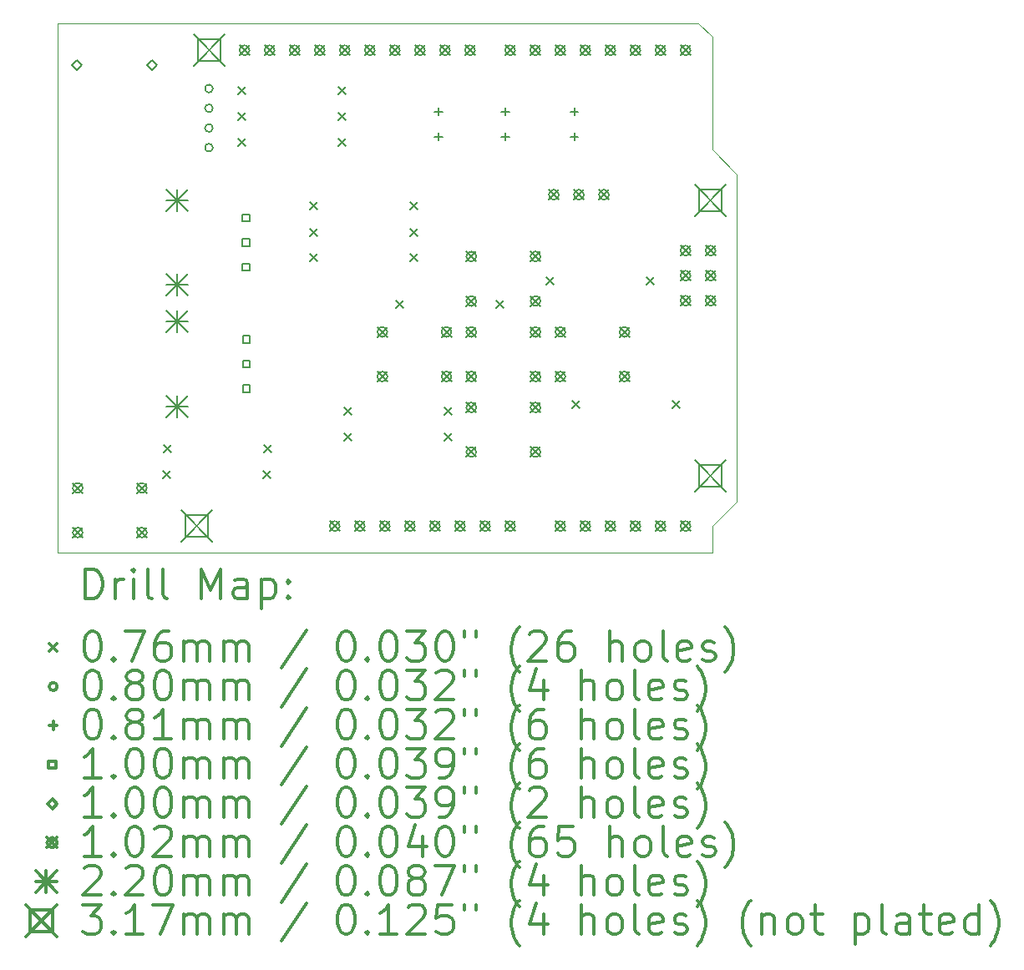
<source format=gbr>
%FSLAX45Y45*%
G04 Gerber Fmt 4.5, Leading zero omitted, Abs format (unit mm)*
G04 Created by KiCad (PCBNEW 4.1.0-alpha+201605121532+6803~44~ubuntu14.04.1-product) date Sat May 14 23:12:40 2016*
%MOMM*%
%LPD*%
G01*
G04 APERTURE LIST*
%ADD10C,0.127000*%
%ADD11C,0.100000*%
%ADD12C,0.200000*%
%ADD13C,0.300000*%
G04 APERTURE END LIST*
D10*
D11*
X12682220Y-13792200D02*
X12682220Y-8498840D01*
X19316700Y-13792200D02*
X12682220Y-13792200D01*
X19316700Y-13528040D02*
X19316700Y-13792200D01*
X19568160Y-13276580D02*
X19316700Y-13528040D01*
X19568160Y-9959340D02*
X19568160Y-13276580D01*
X19316700Y-9707880D02*
X19568160Y-9959340D01*
X19316700Y-8564880D02*
X19316700Y-9707880D01*
X19179540Y-8427720D02*
X19316700Y-8564880D01*
X12682220Y-8427720D02*
X19179540Y-8427720D01*
X12682220Y-8498840D02*
X12682220Y-8427720D01*
D12*
X13751560Y-12968224D02*
X13827760Y-13044424D01*
X13827760Y-12968224D02*
X13751560Y-13044424D01*
X13754608Y-12702540D02*
X13830808Y-12778740D01*
X13830808Y-12702540D02*
X13754608Y-12778740D01*
X14506956Y-9072880D02*
X14583156Y-9149080D01*
X14583156Y-9072880D02*
X14506956Y-9149080D01*
X14507464Y-9329674D02*
X14583664Y-9405874D01*
X14583664Y-9329674D02*
X14507464Y-9405874D01*
X14507464Y-9592564D02*
X14583664Y-9668764D01*
X14583664Y-9592564D02*
X14507464Y-9668764D01*
X14767560Y-12968224D02*
X14843760Y-13044424D01*
X14843760Y-12968224D02*
X14767560Y-13044424D01*
X14770608Y-12702540D02*
X14846808Y-12778740D01*
X14846808Y-12702540D02*
X14770608Y-12778740D01*
X15236444Y-10240518D02*
X15312644Y-10316718D01*
X15312644Y-10240518D02*
X15236444Y-10316718D01*
X15236444Y-10507536D02*
X15312644Y-10583736D01*
X15312644Y-10507536D02*
X15236444Y-10583736D01*
X15236444Y-10763758D02*
X15312644Y-10839958D01*
X15312644Y-10763758D02*
X15236444Y-10839958D01*
X15522956Y-9072880D02*
X15599156Y-9149080D01*
X15599156Y-9072880D02*
X15522956Y-9149080D01*
X15523464Y-9329674D02*
X15599664Y-9405874D01*
X15599664Y-9329674D02*
X15523464Y-9405874D01*
X15523464Y-9592564D02*
X15599664Y-9668764D01*
X15599664Y-9592564D02*
X15523464Y-9668764D01*
X15588488Y-12319000D02*
X15664688Y-12395200D01*
X15664688Y-12319000D02*
X15588488Y-12395200D01*
X15588488Y-12583160D02*
X15664688Y-12659360D01*
X15664688Y-12583160D02*
X15588488Y-12659360D01*
X16108934Y-11238230D02*
X16185134Y-11314430D01*
X16185134Y-11238230D02*
X16108934Y-11314430D01*
X16252444Y-10240518D02*
X16328644Y-10316718D01*
X16328644Y-10240518D02*
X16252444Y-10316718D01*
X16252444Y-10507536D02*
X16328644Y-10583736D01*
X16328644Y-10507536D02*
X16252444Y-10583736D01*
X16252444Y-10763758D02*
X16328644Y-10839958D01*
X16328644Y-10763758D02*
X16252444Y-10839958D01*
X16604488Y-12319000D02*
X16680688Y-12395200D01*
X16680688Y-12319000D02*
X16604488Y-12395200D01*
X16604488Y-12583160D02*
X16680688Y-12659360D01*
X16680688Y-12583160D02*
X16604488Y-12659360D01*
X17124934Y-11238230D02*
X17201134Y-11314430D01*
X17201134Y-11238230D02*
X17124934Y-11314430D01*
X17636236Y-11000232D02*
X17712436Y-11076432D01*
X17712436Y-11000232D02*
X17636236Y-11076432D01*
X17900396Y-12257532D02*
X17976596Y-12333732D01*
X17976596Y-12257532D02*
X17900396Y-12333732D01*
X18652236Y-11000232D02*
X18728436Y-11076432D01*
X18728436Y-11000232D02*
X18652236Y-11076432D01*
X18916396Y-12257532D02*
X18992596Y-12333732D01*
X18992596Y-12257532D02*
X18916396Y-12333732D01*
X14254846Y-9088129D02*
G75*
G03X14254846Y-9088129I-40005J0D01*
G01*
X14254846Y-9288027D02*
G75*
G03X14254846Y-9288027I-40005J0D01*
G01*
X14254846Y-9488179D02*
G75*
G03X14254846Y-9488179I-40005J0D01*
G01*
X14254846Y-9688077D02*
G75*
G03X14254846Y-9688077I-40005J0D01*
G01*
X16540480Y-9281160D02*
X16540480Y-9362440D01*
X16499840Y-9321800D02*
X16581120Y-9321800D01*
X16540480Y-9535160D02*
X16540480Y-9616440D01*
X16499840Y-9575800D02*
X16581120Y-9575800D01*
X17221200Y-9281160D02*
X17221200Y-9362440D01*
X17180560Y-9321800D02*
X17261840Y-9321800D01*
X17221200Y-9535160D02*
X17221200Y-9616440D01*
X17180560Y-9575800D02*
X17261840Y-9575800D01*
X17919700Y-9281160D02*
X17919700Y-9362440D01*
X17879060Y-9321800D02*
X17960340Y-9321800D01*
X17919700Y-9535160D02*
X17919700Y-9616440D01*
X17879060Y-9575800D02*
X17960340Y-9575800D01*
X14626616Y-10434836D02*
X14626616Y-10364124D01*
X14555904Y-10364124D01*
X14555904Y-10434836D01*
X14626616Y-10434836D01*
X14626616Y-10684836D02*
X14626616Y-10614124D01*
X14555904Y-10614124D01*
X14555904Y-10684836D01*
X14626616Y-10684836D01*
X14626616Y-10934836D02*
X14626616Y-10864124D01*
X14555904Y-10864124D01*
X14555904Y-10934836D01*
X14626616Y-10934836D01*
X14631696Y-11666460D02*
X14631696Y-11595748D01*
X14560984Y-11595748D01*
X14560984Y-11666460D01*
X14631696Y-11666460D01*
X14631696Y-11916460D02*
X14631696Y-11845748D01*
X14560984Y-11845748D01*
X14560984Y-11916460D01*
X14631696Y-11916460D01*
X14631696Y-12166460D02*
X14631696Y-12095748D01*
X14560984Y-12095748D01*
X14560984Y-12166460D01*
X14631696Y-12166460D01*
X12876276Y-8903970D02*
X12926314Y-8853932D01*
X12876276Y-8803894D01*
X12826238Y-8853932D01*
X12876276Y-8903970D01*
X13636244Y-8903970D02*
X13686282Y-8853932D01*
X13636244Y-8803894D01*
X13586206Y-8853932D01*
X13636244Y-8903970D01*
X12834620Y-13088620D02*
X12936220Y-13190220D01*
X12936220Y-13088620D02*
X12834620Y-13190220D01*
X12936220Y-13139420D02*
G75*
G03X12936220Y-13139420I-50800J0D01*
G01*
X12834620Y-13540740D02*
X12936220Y-13642340D01*
X12936220Y-13540740D02*
X12834620Y-13642340D01*
X12936220Y-13591540D02*
G75*
G03X12936220Y-13591540I-50800J0D01*
G01*
X13484860Y-13088620D02*
X13586460Y-13190220D01*
X13586460Y-13088620D02*
X13484860Y-13190220D01*
X13586460Y-13139420D02*
G75*
G03X13586460Y-13139420I-50800J0D01*
G01*
X13484860Y-13540740D02*
X13586460Y-13642340D01*
X13586460Y-13540740D02*
X13484860Y-13642340D01*
X13586460Y-13591540D02*
G75*
G03X13586460Y-13591540I-50800J0D01*
G01*
X14524736Y-8649208D02*
X14626336Y-8750808D01*
X14626336Y-8649208D02*
X14524736Y-8750808D01*
X14626336Y-8700008D02*
G75*
G03X14626336Y-8700008I-50800J0D01*
G01*
X14778736Y-8649208D02*
X14880336Y-8750808D01*
X14880336Y-8649208D02*
X14778736Y-8750808D01*
X14880336Y-8700008D02*
G75*
G03X14880336Y-8700008I-50800J0D01*
G01*
X15032736Y-8649208D02*
X15134336Y-8750808D01*
X15134336Y-8649208D02*
X15032736Y-8750808D01*
X15134336Y-8700008D02*
G75*
G03X15134336Y-8700008I-50800J0D01*
G01*
X15286736Y-8649208D02*
X15388336Y-8750808D01*
X15388336Y-8649208D02*
X15286736Y-8750808D01*
X15388336Y-8700008D02*
G75*
G03X15388336Y-8700008I-50800J0D01*
G01*
X15439136Y-13475208D02*
X15540736Y-13576808D01*
X15540736Y-13475208D02*
X15439136Y-13576808D01*
X15540736Y-13526008D02*
G75*
G03X15540736Y-13526008I-50800J0D01*
G01*
X15540736Y-8649208D02*
X15642336Y-8750808D01*
X15642336Y-8649208D02*
X15540736Y-8750808D01*
X15642336Y-8700008D02*
G75*
G03X15642336Y-8700008I-50800J0D01*
G01*
X15693136Y-13475208D02*
X15794736Y-13576808D01*
X15794736Y-13475208D02*
X15693136Y-13576808D01*
X15794736Y-13526008D02*
G75*
G03X15794736Y-13526008I-50800J0D01*
G01*
X15794736Y-8649208D02*
X15896336Y-8750808D01*
X15896336Y-8649208D02*
X15794736Y-8750808D01*
X15896336Y-8700008D02*
G75*
G03X15896336Y-8700008I-50800J0D01*
G01*
X15922244Y-11506200D02*
X16023844Y-11607800D01*
X16023844Y-11506200D02*
X15922244Y-11607800D01*
X16023844Y-11557000D02*
G75*
G03X16023844Y-11557000I-50800J0D01*
G01*
X15922244Y-11958320D02*
X16023844Y-12059920D01*
X16023844Y-11958320D02*
X15922244Y-12059920D01*
X16023844Y-12009120D02*
G75*
G03X16023844Y-12009120I-50800J0D01*
G01*
X15947136Y-13475208D02*
X16048736Y-13576808D01*
X16048736Y-13475208D02*
X15947136Y-13576808D01*
X16048736Y-13526008D02*
G75*
G03X16048736Y-13526008I-50800J0D01*
G01*
X16048736Y-8649208D02*
X16150336Y-8750808D01*
X16150336Y-8649208D02*
X16048736Y-8750808D01*
X16150336Y-8700008D02*
G75*
G03X16150336Y-8700008I-50800J0D01*
G01*
X16201136Y-13475208D02*
X16302736Y-13576808D01*
X16302736Y-13475208D02*
X16201136Y-13576808D01*
X16302736Y-13526008D02*
G75*
G03X16302736Y-13526008I-50800J0D01*
G01*
X16302736Y-8649208D02*
X16404336Y-8750808D01*
X16404336Y-8649208D02*
X16302736Y-8750808D01*
X16404336Y-8700008D02*
G75*
G03X16404336Y-8700008I-50800J0D01*
G01*
X16455136Y-13475208D02*
X16556736Y-13576808D01*
X16556736Y-13475208D02*
X16455136Y-13576808D01*
X16556736Y-13526008D02*
G75*
G03X16556736Y-13526008I-50800J0D01*
G01*
X16556736Y-8649208D02*
X16658336Y-8750808D01*
X16658336Y-8649208D02*
X16556736Y-8750808D01*
X16658336Y-8700008D02*
G75*
G03X16658336Y-8700008I-50800J0D01*
G01*
X16572484Y-11506200D02*
X16674084Y-11607800D01*
X16674084Y-11506200D02*
X16572484Y-11607800D01*
X16674084Y-11557000D02*
G75*
G03X16674084Y-11557000I-50800J0D01*
G01*
X16572484Y-11958320D02*
X16674084Y-12059920D01*
X16674084Y-11958320D02*
X16572484Y-12059920D01*
X16674084Y-12009120D02*
G75*
G03X16674084Y-12009120I-50800J0D01*
G01*
X16709136Y-13475208D02*
X16810736Y-13576808D01*
X16810736Y-13475208D02*
X16709136Y-13576808D01*
X16810736Y-13526008D02*
G75*
G03X16810736Y-13526008I-50800J0D01*
G01*
X16810736Y-8649208D02*
X16912336Y-8750808D01*
X16912336Y-8649208D02*
X16810736Y-8750808D01*
X16912336Y-8700008D02*
G75*
G03X16912336Y-8700008I-50800J0D01*
G01*
X16824579Y-10740390D02*
X16926179Y-10841990D01*
X16926179Y-10740390D02*
X16824579Y-10841990D01*
X16926179Y-10791190D02*
G75*
G03X16926179Y-10791190I-50800J0D01*
G01*
X16824579Y-11192510D02*
X16926179Y-11294110D01*
X16926179Y-11192510D02*
X16824579Y-11294110D01*
X16926179Y-11243310D02*
G75*
G03X16926179Y-11243310I-50800J0D01*
G01*
X16824579Y-11506200D02*
X16926179Y-11607800D01*
X16926179Y-11506200D02*
X16824579Y-11607800D01*
X16926179Y-11557000D02*
G75*
G03X16926179Y-11557000I-50800J0D01*
G01*
X16824579Y-11958320D02*
X16926179Y-12059920D01*
X16926179Y-11958320D02*
X16824579Y-12059920D01*
X16926179Y-12009120D02*
G75*
G03X16926179Y-12009120I-50800J0D01*
G01*
X16824579Y-12272010D02*
X16926179Y-12373610D01*
X16926179Y-12272010D02*
X16824579Y-12373610D01*
X16926179Y-12322810D02*
G75*
G03X16926179Y-12322810I-50800J0D01*
G01*
X16824579Y-12724130D02*
X16926179Y-12825730D01*
X16926179Y-12724130D02*
X16824579Y-12825730D01*
X16926179Y-12774930D02*
G75*
G03X16926179Y-12774930I-50800J0D01*
G01*
X16963136Y-13475208D02*
X17064736Y-13576808D01*
X17064736Y-13475208D02*
X16963136Y-13576808D01*
X17064736Y-13526008D02*
G75*
G03X17064736Y-13526008I-50800J0D01*
G01*
X17217136Y-8649208D02*
X17318736Y-8750808D01*
X17318736Y-8649208D02*
X17217136Y-8750808D01*
X17318736Y-8700008D02*
G75*
G03X17318736Y-8700008I-50800J0D01*
G01*
X17217136Y-13475208D02*
X17318736Y-13576808D01*
X17318736Y-13475208D02*
X17217136Y-13576808D01*
X17318736Y-13526008D02*
G75*
G03X17318736Y-13526008I-50800J0D01*
G01*
X17471136Y-8649208D02*
X17572736Y-8750808D01*
X17572736Y-8649208D02*
X17471136Y-8750808D01*
X17572736Y-8700008D02*
G75*
G03X17572736Y-8700008I-50800J0D01*
G01*
X17474819Y-10740390D02*
X17576419Y-10841990D01*
X17576419Y-10740390D02*
X17474819Y-10841990D01*
X17576419Y-10791190D02*
G75*
G03X17576419Y-10791190I-50800J0D01*
G01*
X17474819Y-11192510D02*
X17576419Y-11294110D01*
X17576419Y-11192510D02*
X17474819Y-11294110D01*
X17576419Y-11243310D02*
G75*
G03X17576419Y-11243310I-50800J0D01*
G01*
X17474819Y-11506200D02*
X17576419Y-11607800D01*
X17576419Y-11506200D02*
X17474819Y-11607800D01*
X17576419Y-11557000D02*
G75*
G03X17576419Y-11557000I-50800J0D01*
G01*
X17474819Y-11958320D02*
X17576419Y-12059920D01*
X17576419Y-11958320D02*
X17474819Y-12059920D01*
X17576419Y-12009120D02*
G75*
G03X17576419Y-12009120I-50800J0D01*
G01*
X17474819Y-12272010D02*
X17576419Y-12373610D01*
X17576419Y-12272010D02*
X17474819Y-12373610D01*
X17576419Y-12322810D02*
G75*
G03X17576419Y-12322810I-50800J0D01*
G01*
X17474819Y-12724130D02*
X17576419Y-12825730D01*
X17576419Y-12724130D02*
X17474819Y-12825730D01*
X17576419Y-12774930D02*
G75*
G03X17576419Y-12774930I-50800J0D01*
G01*
X17660112Y-10114788D02*
X17761712Y-10216388D01*
X17761712Y-10114788D02*
X17660112Y-10216388D01*
X17761712Y-10165588D02*
G75*
G03X17761712Y-10165588I-50800J0D01*
G01*
X17725136Y-8649208D02*
X17826736Y-8750808D01*
X17826736Y-8649208D02*
X17725136Y-8750808D01*
X17826736Y-8700008D02*
G75*
G03X17826736Y-8700008I-50800J0D01*
G01*
X17725136Y-13475208D02*
X17826736Y-13576808D01*
X17826736Y-13475208D02*
X17725136Y-13576808D01*
X17826736Y-13526008D02*
G75*
G03X17826736Y-13526008I-50800J0D01*
G01*
X17726914Y-11506200D02*
X17828514Y-11607800D01*
X17828514Y-11506200D02*
X17726914Y-11607800D01*
X17828514Y-11557000D02*
G75*
G03X17828514Y-11557000I-50800J0D01*
G01*
X17726914Y-11958320D02*
X17828514Y-12059920D01*
X17828514Y-11958320D02*
X17726914Y-12059920D01*
X17828514Y-12009120D02*
G75*
G03X17828514Y-12009120I-50800J0D01*
G01*
X17914112Y-10114788D02*
X18015712Y-10216388D01*
X18015712Y-10114788D02*
X17914112Y-10216388D01*
X18015712Y-10165588D02*
G75*
G03X18015712Y-10165588I-50800J0D01*
G01*
X17979136Y-8649208D02*
X18080736Y-8750808D01*
X18080736Y-8649208D02*
X17979136Y-8750808D01*
X18080736Y-8700008D02*
G75*
G03X18080736Y-8700008I-50800J0D01*
G01*
X17979136Y-13475208D02*
X18080736Y-13576808D01*
X18080736Y-13475208D02*
X17979136Y-13576808D01*
X18080736Y-13526008D02*
G75*
G03X18080736Y-13526008I-50800J0D01*
G01*
X18168112Y-10114788D02*
X18269712Y-10216388D01*
X18269712Y-10114788D02*
X18168112Y-10216388D01*
X18269712Y-10165588D02*
G75*
G03X18269712Y-10165588I-50800J0D01*
G01*
X18233136Y-8649208D02*
X18334736Y-8750808D01*
X18334736Y-8649208D02*
X18233136Y-8750808D01*
X18334736Y-8700008D02*
G75*
G03X18334736Y-8700008I-50800J0D01*
G01*
X18233136Y-13475208D02*
X18334736Y-13576808D01*
X18334736Y-13475208D02*
X18233136Y-13576808D01*
X18334736Y-13526008D02*
G75*
G03X18334736Y-13526008I-50800J0D01*
G01*
X18377154Y-11506200D02*
X18478754Y-11607800D01*
X18478754Y-11506200D02*
X18377154Y-11607800D01*
X18478754Y-11557000D02*
G75*
G03X18478754Y-11557000I-50800J0D01*
G01*
X18377154Y-11958320D02*
X18478754Y-12059920D01*
X18478754Y-11958320D02*
X18377154Y-12059920D01*
X18478754Y-12009120D02*
G75*
G03X18478754Y-12009120I-50800J0D01*
G01*
X18487136Y-8649208D02*
X18588736Y-8750808D01*
X18588736Y-8649208D02*
X18487136Y-8750808D01*
X18588736Y-8700008D02*
G75*
G03X18588736Y-8700008I-50800J0D01*
G01*
X18487136Y-13475208D02*
X18588736Y-13576808D01*
X18588736Y-13475208D02*
X18487136Y-13576808D01*
X18588736Y-13526008D02*
G75*
G03X18588736Y-13526008I-50800J0D01*
G01*
X18741136Y-8649208D02*
X18842736Y-8750808D01*
X18842736Y-8649208D02*
X18741136Y-8750808D01*
X18842736Y-8700008D02*
G75*
G03X18842736Y-8700008I-50800J0D01*
G01*
X18741136Y-13475208D02*
X18842736Y-13576808D01*
X18842736Y-13475208D02*
X18741136Y-13576808D01*
X18842736Y-13526008D02*
G75*
G03X18842736Y-13526008I-50800J0D01*
G01*
X18995136Y-8649208D02*
X19096736Y-8750808D01*
X19096736Y-8649208D02*
X18995136Y-8750808D01*
X19096736Y-8700008D02*
G75*
G03X19096736Y-8700008I-50800J0D01*
G01*
X18995136Y-10681208D02*
X19096736Y-10782808D01*
X19096736Y-10681208D02*
X18995136Y-10782808D01*
X19096736Y-10732008D02*
G75*
G03X19096736Y-10732008I-50800J0D01*
G01*
X18995136Y-10935208D02*
X19096736Y-11036808D01*
X19096736Y-10935208D02*
X18995136Y-11036808D01*
X19096736Y-10986008D02*
G75*
G03X19096736Y-10986008I-50800J0D01*
G01*
X18995136Y-11189208D02*
X19096736Y-11290808D01*
X19096736Y-11189208D02*
X18995136Y-11290808D01*
X19096736Y-11240008D02*
G75*
G03X19096736Y-11240008I-50800J0D01*
G01*
X18995136Y-13475208D02*
X19096736Y-13576808D01*
X19096736Y-13475208D02*
X18995136Y-13576808D01*
X19096736Y-13526008D02*
G75*
G03X19096736Y-13526008I-50800J0D01*
G01*
X19249136Y-10681208D02*
X19350736Y-10782808D01*
X19350736Y-10681208D02*
X19249136Y-10782808D01*
X19350736Y-10732008D02*
G75*
G03X19350736Y-10732008I-50800J0D01*
G01*
X19249136Y-10935208D02*
X19350736Y-11036808D01*
X19350736Y-10935208D02*
X19249136Y-11036808D01*
X19350736Y-10986008D02*
G75*
G03X19350736Y-10986008I-50800J0D01*
G01*
X19249136Y-11189208D02*
X19350736Y-11290808D01*
X19350736Y-11189208D02*
X19249136Y-11290808D01*
X19350736Y-11240008D02*
G75*
G03X19350736Y-11240008I-50800J0D01*
G01*
X13781260Y-10109480D02*
X14001260Y-10329480D01*
X14001260Y-10109480D02*
X13781260Y-10329480D01*
X13891260Y-10109480D02*
X13891260Y-10329480D01*
X13781260Y-10219480D02*
X14001260Y-10219480D01*
X13781260Y-10969480D02*
X14001260Y-11189480D01*
X14001260Y-10969480D02*
X13781260Y-11189480D01*
X13891260Y-10969480D02*
X13891260Y-11189480D01*
X13781260Y-11079480D02*
X14001260Y-11079480D01*
X13786340Y-11341104D02*
X14006340Y-11561104D01*
X14006340Y-11341104D02*
X13786340Y-11561104D01*
X13896340Y-11341104D02*
X13896340Y-11561104D01*
X13786340Y-11451104D02*
X14006340Y-11451104D01*
X13786340Y-12201104D02*
X14006340Y-12421104D01*
X14006340Y-12201104D02*
X13786340Y-12421104D01*
X13896340Y-12201104D02*
X13896340Y-12421104D01*
X13786340Y-12311104D02*
X14006340Y-12311104D01*
X13934186Y-13367258D02*
X14251686Y-13684758D01*
X14251686Y-13367258D02*
X13934186Y-13684758D01*
X14205190Y-13638262D02*
X14205190Y-13413754D01*
X13980682Y-13413754D01*
X13980682Y-13638262D01*
X14205190Y-13638262D01*
X14061186Y-8541258D02*
X14378686Y-8858758D01*
X14378686Y-8541258D02*
X14061186Y-8858758D01*
X14332190Y-8812262D02*
X14332190Y-8587754D01*
X14107682Y-8587754D01*
X14107682Y-8812262D01*
X14332190Y-8812262D01*
X19141186Y-10065258D02*
X19458686Y-10382758D01*
X19458686Y-10065258D02*
X19141186Y-10382758D01*
X19412190Y-10336262D02*
X19412190Y-10111754D01*
X19187682Y-10111754D01*
X19187682Y-10336262D01*
X19412190Y-10336262D01*
X19141186Y-12859258D02*
X19458686Y-13176758D01*
X19458686Y-12859258D02*
X19141186Y-13176758D01*
X19412190Y-13130262D02*
X19412190Y-12905754D01*
X19187682Y-12905754D01*
X19187682Y-13130262D01*
X19412190Y-13130262D01*
D13*
X12963648Y-14262914D02*
X12963648Y-13962914D01*
X13035077Y-13962914D01*
X13077934Y-13977200D01*
X13106506Y-14005771D01*
X13120791Y-14034343D01*
X13135077Y-14091486D01*
X13135077Y-14134343D01*
X13120791Y-14191486D01*
X13106506Y-14220057D01*
X13077934Y-14248629D01*
X13035077Y-14262914D01*
X12963648Y-14262914D01*
X13263648Y-14262914D02*
X13263648Y-14062914D01*
X13263648Y-14120057D02*
X13277934Y-14091486D01*
X13292220Y-14077200D01*
X13320791Y-14062914D01*
X13349363Y-14062914D01*
X13449363Y-14262914D02*
X13449363Y-14062914D01*
X13449363Y-13962914D02*
X13435077Y-13977200D01*
X13449363Y-13991486D01*
X13463648Y-13977200D01*
X13449363Y-13962914D01*
X13449363Y-13991486D01*
X13635077Y-14262914D02*
X13606506Y-14248629D01*
X13592220Y-14220057D01*
X13592220Y-13962914D01*
X13792220Y-14262914D02*
X13763648Y-14248629D01*
X13749363Y-14220057D01*
X13749363Y-13962914D01*
X14135077Y-14262914D02*
X14135077Y-13962914D01*
X14235077Y-14177200D01*
X14335077Y-13962914D01*
X14335077Y-14262914D01*
X14606506Y-14262914D02*
X14606506Y-14105771D01*
X14592220Y-14077200D01*
X14563648Y-14062914D01*
X14506506Y-14062914D01*
X14477934Y-14077200D01*
X14606506Y-14248629D02*
X14577934Y-14262914D01*
X14506506Y-14262914D01*
X14477934Y-14248629D01*
X14463648Y-14220057D01*
X14463648Y-14191486D01*
X14477934Y-14162914D01*
X14506506Y-14148629D01*
X14577934Y-14148629D01*
X14606506Y-14134343D01*
X14749363Y-14062914D02*
X14749363Y-14362914D01*
X14749363Y-14077200D02*
X14777934Y-14062914D01*
X14835077Y-14062914D01*
X14863648Y-14077200D01*
X14877934Y-14091486D01*
X14892220Y-14120057D01*
X14892220Y-14205771D01*
X14877934Y-14234343D01*
X14863648Y-14248629D01*
X14835077Y-14262914D01*
X14777934Y-14262914D01*
X14749363Y-14248629D01*
X15020791Y-14234343D02*
X15035077Y-14248629D01*
X15020791Y-14262914D01*
X15006506Y-14248629D01*
X15020791Y-14234343D01*
X15020791Y-14262914D01*
X15020791Y-14077200D02*
X15035077Y-14091486D01*
X15020791Y-14105771D01*
X15006506Y-14091486D01*
X15020791Y-14077200D01*
X15020791Y-14105771D01*
X12601020Y-14719100D02*
X12677220Y-14795300D01*
X12677220Y-14719100D02*
X12601020Y-14795300D01*
X13020791Y-14592914D02*
X13049363Y-14592914D01*
X13077934Y-14607200D01*
X13092220Y-14621486D01*
X13106506Y-14650057D01*
X13120791Y-14707200D01*
X13120791Y-14778629D01*
X13106506Y-14835771D01*
X13092220Y-14864343D01*
X13077934Y-14878629D01*
X13049363Y-14892914D01*
X13020791Y-14892914D01*
X12992220Y-14878629D01*
X12977934Y-14864343D01*
X12963648Y-14835771D01*
X12949363Y-14778629D01*
X12949363Y-14707200D01*
X12963648Y-14650057D01*
X12977934Y-14621486D01*
X12992220Y-14607200D01*
X13020791Y-14592914D01*
X13249363Y-14864343D02*
X13263648Y-14878629D01*
X13249363Y-14892914D01*
X13235077Y-14878629D01*
X13249363Y-14864343D01*
X13249363Y-14892914D01*
X13363648Y-14592914D02*
X13563648Y-14592914D01*
X13435077Y-14892914D01*
X13806506Y-14592914D02*
X13749363Y-14592914D01*
X13720791Y-14607200D01*
X13706506Y-14621486D01*
X13677934Y-14664343D01*
X13663648Y-14721486D01*
X13663648Y-14835771D01*
X13677934Y-14864343D01*
X13692220Y-14878629D01*
X13720791Y-14892914D01*
X13777934Y-14892914D01*
X13806506Y-14878629D01*
X13820791Y-14864343D01*
X13835077Y-14835771D01*
X13835077Y-14764343D01*
X13820791Y-14735771D01*
X13806506Y-14721486D01*
X13777934Y-14707200D01*
X13720791Y-14707200D01*
X13692220Y-14721486D01*
X13677934Y-14735771D01*
X13663648Y-14764343D01*
X13963648Y-14892914D02*
X13963648Y-14692914D01*
X13963648Y-14721486D02*
X13977934Y-14707200D01*
X14006506Y-14692914D01*
X14049363Y-14692914D01*
X14077934Y-14707200D01*
X14092220Y-14735771D01*
X14092220Y-14892914D01*
X14092220Y-14735771D02*
X14106506Y-14707200D01*
X14135077Y-14692914D01*
X14177934Y-14692914D01*
X14206506Y-14707200D01*
X14220791Y-14735771D01*
X14220791Y-14892914D01*
X14363648Y-14892914D02*
X14363648Y-14692914D01*
X14363648Y-14721486D02*
X14377934Y-14707200D01*
X14406506Y-14692914D01*
X14449363Y-14692914D01*
X14477934Y-14707200D01*
X14492220Y-14735771D01*
X14492220Y-14892914D01*
X14492220Y-14735771D02*
X14506506Y-14707200D01*
X14535077Y-14692914D01*
X14577934Y-14692914D01*
X14606506Y-14707200D01*
X14620791Y-14735771D01*
X14620791Y-14892914D01*
X15206506Y-14578629D02*
X14949363Y-14964343D01*
X15592220Y-14592914D02*
X15620791Y-14592914D01*
X15649363Y-14607200D01*
X15663648Y-14621486D01*
X15677934Y-14650057D01*
X15692220Y-14707200D01*
X15692220Y-14778629D01*
X15677934Y-14835771D01*
X15663648Y-14864343D01*
X15649363Y-14878629D01*
X15620791Y-14892914D01*
X15592220Y-14892914D01*
X15563648Y-14878629D01*
X15549363Y-14864343D01*
X15535077Y-14835771D01*
X15520791Y-14778629D01*
X15520791Y-14707200D01*
X15535077Y-14650057D01*
X15549363Y-14621486D01*
X15563648Y-14607200D01*
X15592220Y-14592914D01*
X15820791Y-14864343D02*
X15835077Y-14878629D01*
X15820791Y-14892914D01*
X15806506Y-14878629D01*
X15820791Y-14864343D01*
X15820791Y-14892914D01*
X16020791Y-14592914D02*
X16049363Y-14592914D01*
X16077934Y-14607200D01*
X16092220Y-14621486D01*
X16106506Y-14650057D01*
X16120791Y-14707200D01*
X16120791Y-14778629D01*
X16106506Y-14835771D01*
X16092220Y-14864343D01*
X16077934Y-14878629D01*
X16049363Y-14892914D01*
X16020791Y-14892914D01*
X15992220Y-14878629D01*
X15977934Y-14864343D01*
X15963648Y-14835771D01*
X15949363Y-14778629D01*
X15949363Y-14707200D01*
X15963648Y-14650057D01*
X15977934Y-14621486D01*
X15992220Y-14607200D01*
X16020791Y-14592914D01*
X16220791Y-14592914D02*
X16406506Y-14592914D01*
X16306506Y-14707200D01*
X16349363Y-14707200D01*
X16377934Y-14721486D01*
X16392220Y-14735771D01*
X16406506Y-14764343D01*
X16406506Y-14835771D01*
X16392220Y-14864343D01*
X16377934Y-14878629D01*
X16349363Y-14892914D01*
X16263648Y-14892914D01*
X16235077Y-14878629D01*
X16220791Y-14864343D01*
X16592220Y-14592914D02*
X16620791Y-14592914D01*
X16649363Y-14607200D01*
X16663648Y-14621486D01*
X16677934Y-14650057D01*
X16692220Y-14707200D01*
X16692220Y-14778629D01*
X16677934Y-14835771D01*
X16663648Y-14864343D01*
X16649363Y-14878629D01*
X16620791Y-14892914D01*
X16592220Y-14892914D01*
X16563648Y-14878629D01*
X16549363Y-14864343D01*
X16535077Y-14835771D01*
X16520791Y-14778629D01*
X16520791Y-14707200D01*
X16535077Y-14650057D01*
X16549363Y-14621486D01*
X16563648Y-14607200D01*
X16592220Y-14592914D01*
X16806506Y-14592914D02*
X16806506Y-14650057D01*
X16920791Y-14592914D02*
X16920791Y-14650057D01*
X17363648Y-15007200D02*
X17349363Y-14992914D01*
X17320791Y-14950057D01*
X17306506Y-14921486D01*
X17292220Y-14878629D01*
X17277934Y-14807200D01*
X17277934Y-14750057D01*
X17292220Y-14678629D01*
X17306506Y-14635771D01*
X17320791Y-14607200D01*
X17349363Y-14564343D01*
X17363648Y-14550057D01*
X17463648Y-14621486D02*
X17477934Y-14607200D01*
X17506506Y-14592914D01*
X17577934Y-14592914D01*
X17606506Y-14607200D01*
X17620791Y-14621486D01*
X17635077Y-14650057D01*
X17635077Y-14678629D01*
X17620791Y-14721486D01*
X17449363Y-14892914D01*
X17635077Y-14892914D01*
X17892220Y-14592914D02*
X17835077Y-14592914D01*
X17806506Y-14607200D01*
X17792220Y-14621486D01*
X17763648Y-14664343D01*
X17749363Y-14721486D01*
X17749363Y-14835771D01*
X17763648Y-14864343D01*
X17777934Y-14878629D01*
X17806506Y-14892914D01*
X17863648Y-14892914D01*
X17892220Y-14878629D01*
X17906506Y-14864343D01*
X17920791Y-14835771D01*
X17920791Y-14764343D01*
X17906506Y-14735771D01*
X17892220Y-14721486D01*
X17863648Y-14707200D01*
X17806506Y-14707200D01*
X17777934Y-14721486D01*
X17763648Y-14735771D01*
X17749363Y-14764343D01*
X18277934Y-14892914D02*
X18277934Y-14592914D01*
X18406506Y-14892914D02*
X18406506Y-14735771D01*
X18392220Y-14707200D01*
X18363648Y-14692914D01*
X18320791Y-14692914D01*
X18292220Y-14707200D01*
X18277934Y-14721486D01*
X18592220Y-14892914D02*
X18563648Y-14878629D01*
X18549363Y-14864343D01*
X18535077Y-14835771D01*
X18535077Y-14750057D01*
X18549363Y-14721486D01*
X18563648Y-14707200D01*
X18592220Y-14692914D01*
X18635077Y-14692914D01*
X18663648Y-14707200D01*
X18677934Y-14721486D01*
X18692220Y-14750057D01*
X18692220Y-14835771D01*
X18677934Y-14864343D01*
X18663648Y-14878629D01*
X18635077Y-14892914D01*
X18592220Y-14892914D01*
X18863648Y-14892914D02*
X18835077Y-14878629D01*
X18820791Y-14850057D01*
X18820791Y-14592914D01*
X19092220Y-14878629D02*
X19063648Y-14892914D01*
X19006506Y-14892914D01*
X18977934Y-14878629D01*
X18963648Y-14850057D01*
X18963648Y-14735771D01*
X18977934Y-14707200D01*
X19006506Y-14692914D01*
X19063648Y-14692914D01*
X19092220Y-14707200D01*
X19106506Y-14735771D01*
X19106506Y-14764343D01*
X18963648Y-14792914D01*
X19220791Y-14878629D02*
X19249363Y-14892914D01*
X19306506Y-14892914D01*
X19335077Y-14878629D01*
X19349363Y-14850057D01*
X19349363Y-14835771D01*
X19335077Y-14807200D01*
X19306506Y-14792914D01*
X19263648Y-14792914D01*
X19235077Y-14778629D01*
X19220791Y-14750057D01*
X19220791Y-14735771D01*
X19235077Y-14707200D01*
X19263648Y-14692914D01*
X19306506Y-14692914D01*
X19335077Y-14707200D01*
X19449363Y-15007200D02*
X19463648Y-14992914D01*
X19492220Y-14950057D01*
X19506506Y-14921486D01*
X19520791Y-14878629D01*
X19535077Y-14807200D01*
X19535077Y-14750057D01*
X19520791Y-14678629D01*
X19506506Y-14635771D01*
X19492220Y-14607200D01*
X19463648Y-14564343D01*
X19449363Y-14550057D01*
X12677220Y-15153200D02*
G75*
G03X12677220Y-15153200I-40005J0D01*
G01*
X13020791Y-14988914D02*
X13049363Y-14988914D01*
X13077934Y-15003200D01*
X13092220Y-15017486D01*
X13106506Y-15046057D01*
X13120791Y-15103200D01*
X13120791Y-15174629D01*
X13106506Y-15231771D01*
X13092220Y-15260343D01*
X13077934Y-15274629D01*
X13049363Y-15288914D01*
X13020791Y-15288914D01*
X12992220Y-15274629D01*
X12977934Y-15260343D01*
X12963648Y-15231771D01*
X12949363Y-15174629D01*
X12949363Y-15103200D01*
X12963648Y-15046057D01*
X12977934Y-15017486D01*
X12992220Y-15003200D01*
X13020791Y-14988914D01*
X13249363Y-15260343D02*
X13263648Y-15274629D01*
X13249363Y-15288914D01*
X13235077Y-15274629D01*
X13249363Y-15260343D01*
X13249363Y-15288914D01*
X13435077Y-15117486D02*
X13406506Y-15103200D01*
X13392220Y-15088914D01*
X13377934Y-15060343D01*
X13377934Y-15046057D01*
X13392220Y-15017486D01*
X13406506Y-15003200D01*
X13435077Y-14988914D01*
X13492220Y-14988914D01*
X13520791Y-15003200D01*
X13535077Y-15017486D01*
X13549363Y-15046057D01*
X13549363Y-15060343D01*
X13535077Y-15088914D01*
X13520791Y-15103200D01*
X13492220Y-15117486D01*
X13435077Y-15117486D01*
X13406506Y-15131771D01*
X13392220Y-15146057D01*
X13377934Y-15174629D01*
X13377934Y-15231771D01*
X13392220Y-15260343D01*
X13406506Y-15274629D01*
X13435077Y-15288914D01*
X13492220Y-15288914D01*
X13520791Y-15274629D01*
X13535077Y-15260343D01*
X13549363Y-15231771D01*
X13549363Y-15174629D01*
X13535077Y-15146057D01*
X13520791Y-15131771D01*
X13492220Y-15117486D01*
X13735077Y-14988914D02*
X13763648Y-14988914D01*
X13792220Y-15003200D01*
X13806506Y-15017486D01*
X13820791Y-15046057D01*
X13835077Y-15103200D01*
X13835077Y-15174629D01*
X13820791Y-15231771D01*
X13806506Y-15260343D01*
X13792220Y-15274629D01*
X13763648Y-15288914D01*
X13735077Y-15288914D01*
X13706506Y-15274629D01*
X13692220Y-15260343D01*
X13677934Y-15231771D01*
X13663648Y-15174629D01*
X13663648Y-15103200D01*
X13677934Y-15046057D01*
X13692220Y-15017486D01*
X13706506Y-15003200D01*
X13735077Y-14988914D01*
X13963648Y-15288914D02*
X13963648Y-15088914D01*
X13963648Y-15117486D02*
X13977934Y-15103200D01*
X14006506Y-15088914D01*
X14049363Y-15088914D01*
X14077934Y-15103200D01*
X14092220Y-15131771D01*
X14092220Y-15288914D01*
X14092220Y-15131771D02*
X14106506Y-15103200D01*
X14135077Y-15088914D01*
X14177934Y-15088914D01*
X14206506Y-15103200D01*
X14220791Y-15131771D01*
X14220791Y-15288914D01*
X14363648Y-15288914D02*
X14363648Y-15088914D01*
X14363648Y-15117486D02*
X14377934Y-15103200D01*
X14406506Y-15088914D01*
X14449363Y-15088914D01*
X14477934Y-15103200D01*
X14492220Y-15131771D01*
X14492220Y-15288914D01*
X14492220Y-15131771D02*
X14506506Y-15103200D01*
X14535077Y-15088914D01*
X14577934Y-15088914D01*
X14606506Y-15103200D01*
X14620791Y-15131771D01*
X14620791Y-15288914D01*
X15206506Y-14974629D02*
X14949363Y-15360343D01*
X15592220Y-14988914D02*
X15620791Y-14988914D01*
X15649363Y-15003200D01*
X15663648Y-15017486D01*
X15677934Y-15046057D01*
X15692220Y-15103200D01*
X15692220Y-15174629D01*
X15677934Y-15231771D01*
X15663648Y-15260343D01*
X15649363Y-15274629D01*
X15620791Y-15288914D01*
X15592220Y-15288914D01*
X15563648Y-15274629D01*
X15549363Y-15260343D01*
X15535077Y-15231771D01*
X15520791Y-15174629D01*
X15520791Y-15103200D01*
X15535077Y-15046057D01*
X15549363Y-15017486D01*
X15563648Y-15003200D01*
X15592220Y-14988914D01*
X15820791Y-15260343D02*
X15835077Y-15274629D01*
X15820791Y-15288914D01*
X15806506Y-15274629D01*
X15820791Y-15260343D01*
X15820791Y-15288914D01*
X16020791Y-14988914D02*
X16049363Y-14988914D01*
X16077934Y-15003200D01*
X16092220Y-15017486D01*
X16106506Y-15046057D01*
X16120791Y-15103200D01*
X16120791Y-15174629D01*
X16106506Y-15231771D01*
X16092220Y-15260343D01*
X16077934Y-15274629D01*
X16049363Y-15288914D01*
X16020791Y-15288914D01*
X15992220Y-15274629D01*
X15977934Y-15260343D01*
X15963648Y-15231771D01*
X15949363Y-15174629D01*
X15949363Y-15103200D01*
X15963648Y-15046057D01*
X15977934Y-15017486D01*
X15992220Y-15003200D01*
X16020791Y-14988914D01*
X16220791Y-14988914D02*
X16406506Y-14988914D01*
X16306506Y-15103200D01*
X16349363Y-15103200D01*
X16377934Y-15117486D01*
X16392220Y-15131771D01*
X16406506Y-15160343D01*
X16406506Y-15231771D01*
X16392220Y-15260343D01*
X16377934Y-15274629D01*
X16349363Y-15288914D01*
X16263648Y-15288914D01*
X16235077Y-15274629D01*
X16220791Y-15260343D01*
X16520791Y-15017486D02*
X16535077Y-15003200D01*
X16563648Y-14988914D01*
X16635077Y-14988914D01*
X16663648Y-15003200D01*
X16677934Y-15017486D01*
X16692220Y-15046057D01*
X16692220Y-15074629D01*
X16677934Y-15117486D01*
X16506506Y-15288914D01*
X16692220Y-15288914D01*
X16806506Y-14988914D02*
X16806506Y-15046057D01*
X16920791Y-14988914D02*
X16920791Y-15046057D01*
X17363648Y-15403200D02*
X17349363Y-15388914D01*
X17320791Y-15346057D01*
X17306506Y-15317486D01*
X17292220Y-15274629D01*
X17277934Y-15203200D01*
X17277934Y-15146057D01*
X17292220Y-15074629D01*
X17306506Y-15031771D01*
X17320791Y-15003200D01*
X17349363Y-14960343D01*
X17363648Y-14946057D01*
X17606506Y-15088914D02*
X17606506Y-15288914D01*
X17535077Y-14974629D02*
X17463648Y-15188914D01*
X17649363Y-15188914D01*
X17992220Y-15288914D02*
X17992220Y-14988914D01*
X18120791Y-15288914D02*
X18120791Y-15131771D01*
X18106506Y-15103200D01*
X18077934Y-15088914D01*
X18035077Y-15088914D01*
X18006506Y-15103200D01*
X17992220Y-15117486D01*
X18306506Y-15288914D02*
X18277934Y-15274629D01*
X18263648Y-15260343D01*
X18249363Y-15231771D01*
X18249363Y-15146057D01*
X18263648Y-15117486D01*
X18277934Y-15103200D01*
X18306506Y-15088914D01*
X18349363Y-15088914D01*
X18377934Y-15103200D01*
X18392220Y-15117486D01*
X18406506Y-15146057D01*
X18406506Y-15231771D01*
X18392220Y-15260343D01*
X18377934Y-15274629D01*
X18349363Y-15288914D01*
X18306506Y-15288914D01*
X18577934Y-15288914D02*
X18549363Y-15274629D01*
X18535077Y-15246057D01*
X18535077Y-14988914D01*
X18806506Y-15274629D02*
X18777934Y-15288914D01*
X18720791Y-15288914D01*
X18692220Y-15274629D01*
X18677934Y-15246057D01*
X18677934Y-15131771D01*
X18692220Y-15103200D01*
X18720791Y-15088914D01*
X18777934Y-15088914D01*
X18806506Y-15103200D01*
X18820791Y-15131771D01*
X18820791Y-15160343D01*
X18677934Y-15188914D01*
X18935077Y-15274629D02*
X18963648Y-15288914D01*
X19020791Y-15288914D01*
X19049363Y-15274629D01*
X19063648Y-15246057D01*
X19063648Y-15231771D01*
X19049363Y-15203200D01*
X19020791Y-15188914D01*
X18977934Y-15188914D01*
X18949363Y-15174629D01*
X18935077Y-15146057D01*
X18935077Y-15131771D01*
X18949363Y-15103200D01*
X18977934Y-15088914D01*
X19020791Y-15088914D01*
X19049363Y-15103200D01*
X19163648Y-15403200D02*
X19177934Y-15388914D01*
X19206506Y-15346057D01*
X19220791Y-15317486D01*
X19235077Y-15274629D01*
X19249363Y-15203200D01*
X19249363Y-15146057D01*
X19235077Y-15074629D01*
X19220791Y-15031771D01*
X19206506Y-15003200D01*
X19177934Y-14960343D01*
X19163648Y-14946057D01*
X12636580Y-15508560D02*
X12636580Y-15589840D01*
X12595940Y-15549200D02*
X12677220Y-15549200D01*
X13020791Y-15384914D02*
X13049363Y-15384914D01*
X13077934Y-15399200D01*
X13092220Y-15413486D01*
X13106506Y-15442057D01*
X13120791Y-15499200D01*
X13120791Y-15570629D01*
X13106506Y-15627771D01*
X13092220Y-15656343D01*
X13077934Y-15670629D01*
X13049363Y-15684914D01*
X13020791Y-15684914D01*
X12992220Y-15670629D01*
X12977934Y-15656343D01*
X12963648Y-15627771D01*
X12949363Y-15570629D01*
X12949363Y-15499200D01*
X12963648Y-15442057D01*
X12977934Y-15413486D01*
X12992220Y-15399200D01*
X13020791Y-15384914D01*
X13249363Y-15656343D02*
X13263648Y-15670629D01*
X13249363Y-15684914D01*
X13235077Y-15670629D01*
X13249363Y-15656343D01*
X13249363Y-15684914D01*
X13435077Y-15513486D02*
X13406506Y-15499200D01*
X13392220Y-15484914D01*
X13377934Y-15456343D01*
X13377934Y-15442057D01*
X13392220Y-15413486D01*
X13406506Y-15399200D01*
X13435077Y-15384914D01*
X13492220Y-15384914D01*
X13520791Y-15399200D01*
X13535077Y-15413486D01*
X13549363Y-15442057D01*
X13549363Y-15456343D01*
X13535077Y-15484914D01*
X13520791Y-15499200D01*
X13492220Y-15513486D01*
X13435077Y-15513486D01*
X13406506Y-15527771D01*
X13392220Y-15542057D01*
X13377934Y-15570629D01*
X13377934Y-15627771D01*
X13392220Y-15656343D01*
X13406506Y-15670629D01*
X13435077Y-15684914D01*
X13492220Y-15684914D01*
X13520791Y-15670629D01*
X13535077Y-15656343D01*
X13549363Y-15627771D01*
X13549363Y-15570629D01*
X13535077Y-15542057D01*
X13520791Y-15527771D01*
X13492220Y-15513486D01*
X13835077Y-15684914D02*
X13663648Y-15684914D01*
X13749363Y-15684914D02*
X13749363Y-15384914D01*
X13720791Y-15427771D01*
X13692220Y-15456343D01*
X13663648Y-15470629D01*
X13963648Y-15684914D02*
X13963648Y-15484914D01*
X13963648Y-15513486D02*
X13977934Y-15499200D01*
X14006506Y-15484914D01*
X14049363Y-15484914D01*
X14077934Y-15499200D01*
X14092220Y-15527771D01*
X14092220Y-15684914D01*
X14092220Y-15527771D02*
X14106506Y-15499200D01*
X14135077Y-15484914D01*
X14177934Y-15484914D01*
X14206506Y-15499200D01*
X14220791Y-15527771D01*
X14220791Y-15684914D01*
X14363648Y-15684914D02*
X14363648Y-15484914D01*
X14363648Y-15513486D02*
X14377934Y-15499200D01*
X14406506Y-15484914D01*
X14449363Y-15484914D01*
X14477934Y-15499200D01*
X14492220Y-15527771D01*
X14492220Y-15684914D01*
X14492220Y-15527771D02*
X14506506Y-15499200D01*
X14535077Y-15484914D01*
X14577934Y-15484914D01*
X14606506Y-15499200D01*
X14620791Y-15527771D01*
X14620791Y-15684914D01*
X15206506Y-15370629D02*
X14949363Y-15756343D01*
X15592220Y-15384914D02*
X15620791Y-15384914D01*
X15649363Y-15399200D01*
X15663648Y-15413486D01*
X15677934Y-15442057D01*
X15692220Y-15499200D01*
X15692220Y-15570629D01*
X15677934Y-15627771D01*
X15663648Y-15656343D01*
X15649363Y-15670629D01*
X15620791Y-15684914D01*
X15592220Y-15684914D01*
X15563648Y-15670629D01*
X15549363Y-15656343D01*
X15535077Y-15627771D01*
X15520791Y-15570629D01*
X15520791Y-15499200D01*
X15535077Y-15442057D01*
X15549363Y-15413486D01*
X15563648Y-15399200D01*
X15592220Y-15384914D01*
X15820791Y-15656343D02*
X15835077Y-15670629D01*
X15820791Y-15684914D01*
X15806506Y-15670629D01*
X15820791Y-15656343D01*
X15820791Y-15684914D01*
X16020791Y-15384914D02*
X16049363Y-15384914D01*
X16077934Y-15399200D01*
X16092220Y-15413486D01*
X16106506Y-15442057D01*
X16120791Y-15499200D01*
X16120791Y-15570629D01*
X16106506Y-15627771D01*
X16092220Y-15656343D01*
X16077934Y-15670629D01*
X16049363Y-15684914D01*
X16020791Y-15684914D01*
X15992220Y-15670629D01*
X15977934Y-15656343D01*
X15963648Y-15627771D01*
X15949363Y-15570629D01*
X15949363Y-15499200D01*
X15963648Y-15442057D01*
X15977934Y-15413486D01*
X15992220Y-15399200D01*
X16020791Y-15384914D01*
X16220791Y-15384914D02*
X16406506Y-15384914D01*
X16306506Y-15499200D01*
X16349363Y-15499200D01*
X16377934Y-15513486D01*
X16392220Y-15527771D01*
X16406506Y-15556343D01*
X16406506Y-15627771D01*
X16392220Y-15656343D01*
X16377934Y-15670629D01*
X16349363Y-15684914D01*
X16263648Y-15684914D01*
X16235077Y-15670629D01*
X16220791Y-15656343D01*
X16520791Y-15413486D02*
X16535077Y-15399200D01*
X16563648Y-15384914D01*
X16635077Y-15384914D01*
X16663648Y-15399200D01*
X16677934Y-15413486D01*
X16692220Y-15442057D01*
X16692220Y-15470629D01*
X16677934Y-15513486D01*
X16506506Y-15684914D01*
X16692220Y-15684914D01*
X16806506Y-15384914D02*
X16806506Y-15442057D01*
X16920791Y-15384914D02*
X16920791Y-15442057D01*
X17363648Y-15799200D02*
X17349363Y-15784914D01*
X17320791Y-15742057D01*
X17306506Y-15713486D01*
X17292220Y-15670629D01*
X17277934Y-15599200D01*
X17277934Y-15542057D01*
X17292220Y-15470629D01*
X17306506Y-15427771D01*
X17320791Y-15399200D01*
X17349363Y-15356343D01*
X17363648Y-15342057D01*
X17606506Y-15384914D02*
X17549363Y-15384914D01*
X17520791Y-15399200D01*
X17506506Y-15413486D01*
X17477934Y-15456343D01*
X17463648Y-15513486D01*
X17463648Y-15627771D01*
X17477934Y-15656343D01*
X17492220Y-15670629D01*
X17520791Y-15684914D01*
X17577934Y-15684914D01*
X17606506Y-15670629D01*
X17620791Y-15656343D01*
X17635077Y-15627771D01*
X17635077Y-15556343D01*
X17620791Y-15527771D01*
X17606506Y-15513486D01*
X17577934Y-15499200D01*
X17520791Y-15499200D01*
X17492220Y-15513486D01*
X17477934Y-15527771D01*
X17463648Y-15556343D01*
X17992220Y-15684914D02*
X17992220Y-15384914D01*
X18120791Y-15684914D02*
X18120791Y-15527771D01*
X18106506Y-15499200D01*
X18077934Y-15484914D01*
X18035077Y-15484914D01*
X18006506Y-15499200D01*
X17992220Y-15513486D01*
X18306506Y-15684914D02*
X18277934Y-15670629D01*
X18263648Y-15656343D01*
X18249363Y-15627771D01*
X18249363Y-15542057D01*
X18263648Y-15513486D01*
X18277934Y-15499200D01*
X18306506Y-15484914D01*
X18349363Y-15484914D01*
X18377934Y-15499200D01*
X18392220Y-15513486D01*
X18406506Y-15542057D01*
X18406506Y-15627771D01*
X18392220Y-15656343D01*
X18377934Y-15670629D01*
X18349363Y-15684914D01*
X18306506Y-15684914D01*
X18577934Y-15684914D02*
X18549363Y-15670629D01*
X18535077Y-15642057D01*
X18535077Y-15384914D01*
X18806506Y-15670629D02*
X18777934Y-15684914D01*
X18720791Y-15684914D01*
X18692220Y-15670629D01*
X18677934Y-15642057D01*
X18677934Y-15527771D01*
X18692220Y-15499200D01*
X18720791Y-15484914D01*
X18777934Y-15484914D01*
X18806506Y-15499200D01*
X18820791Y-15527771D01*
X18820791Y-15556343D01*
X18677934Y-15584914D01*
X18935077Y-15670629D02*
X18963648Y-15684914D01*
X19020791Y-15684914D01*
X19049363Y-15670629D01*
X19063648Y-15642057D01*
X19063648Y-15627771D01*
X19049363Y-15599200D01*
X19020791Y-15584914D01*
X18977934Y-15584914D01*
X18949363Y-15570629D01*
X18935077Y-15542057D01*
X18935077Y-15527771D01*
X18949363Y-15499200D01*
X18977934Y-15484914D01*
X19020791Y-15484914D01*
X19049363Y-15499200D01*
X19163648Y-15799200D02*
X19177934Y-15784914D01*
X19206506Y-15742057D01*
X19220791Y-15713486D01*
X19235077Y-15670629D01*
X19249363Y-15599200D01*
X19249363Y-15542057D01*
X19235077Y-15470629D01*
X19220791Y-15427771D01*
X19206506Y-15399200D01*
X19177934Y-15356343D01*
X19163648Y-15342057D01*
X12662576Y-15980556D02*
X12662576Y-15909844D01*
X12591864Y-15909844D01*
X12591864Y-15980556D01*
X12662576Y-15980556D01*
X13120791Y-16080914D02*
X12949363Y-16080914D01*
X13035077Y-16080914D02*
X13035077Y-15780914D01*
X13006506Y-15823771D01*
X12977934Y-15852343D01*
X12949363Y-15866629D01*
X13249363Y-16052343D02*
X13263648Y-16066629D01*
X13249363Y-16080914D01*
X13235077Y-16066629D01*
X13249363Y-16052343D01*
X13249363Y-16080914D01*
X13449363Y-15780914D02*
X13477934Y-15780914D01*
X13506506Y-15795200D01*
X13520791Y-15809486D01*
X13535077Y-15838057D01*
X13549363Y-15895200D01*
X13549363Y-15966629D01*
X13535077Y-16023771D01*
X13520791Y-16052343D01*
X13506506Y-16066629D01*
X13477934Y-16080914D01*
X13449363Y-16080914D01*
X13420791Y-16066629D01*
X13406506Y-16052343D01*
X13392220Y-16023771D01*
X13377934Y-15966629D01*
X13377934Y-15895200D01*
X13392220Y-15838057D01*
X13406506Y-15809486D01*
X13420791Y-15795200D01*
X13449363Y-15780914D01*
X13735077Y-15780914D02*
X13763648Y-15780914D01*
X13792220Y-15795200D01*
X13806506Y-15809486D01*
X13820791Y-15838057D01*
X13835077Y-15895200D01*
X13835077Y-15966629D01*
X13820791Y-16023771D01*
X13806506Y-16052343D01*
X13792220Y-16066629D01*
X13763648Y-16080914D01*
X13735077Y-16080914D01*
X13706506Y-16066629D01*
X13692220Y-16052343D01*
X13677934Y-16023771D01*
X13663648Y-15966629D01*
X13663648Y-15895200D01*
X13677934Y-15838057D01*
X13692220Y-15809486D01*
X13706506Y-15795200D01*
X13735077Y-15780914D01*
X13963648Y-16080914D02*
X13963648Y-15880914D01*
X13963648Y-15909486D02*
X13977934Y-15895200D01*
X14006506Y-15880914D01*
X14049363Y-15880914D01*
X14077934Y-15895200D01*
X14092220Y-15923771D01*
X14092220Y-16080914D01*
X14092220Y-15923771D02*
X14106506Y-15895200D01*
X14135077Y-15880914D01*
X14177934Y-15880914D01*
X14206506Y-15895200D01*
X14220791Y-15923771D01*
X14220791Y-16080914D01*
X14363648Y-16080914D02*
X14363648Y-15880914D01*
X14363648Y-15909486D02*
X14377934Y-15895200D01*
X14406506Y-15880914D01*
X14449363Y-15880914D01*
X14477934Y-15895200D01*
X14492220Y-15923771D01*
X14492220Y-16080914D01*
X14492220Y-15923771D02*
X14506506Y-15895200D01*
X14535077Y-15880914D01*
X14577934Y-15880914D01*
X14606506Y-15895200D01*
X14620791Y-15923771D01*
X14620791Y-16080914D01*
X15206506Y-15766629D02*
X14949363Y-16152343D01*
X15592220Y-15780914D02*
X15620791Y-15780914D01*
X15649363Y-15795200D01*
X15663648Y-15809486D01*
X15677934Y-15838057D01*
X15692220Y-15895200D01*
X15692220Y-15966629D01*
X15677934Y-16023771D01*
X15663648Y-16052343D01*
X15649363Y-16066629D01*
X15620791Y-16080914D01*
X15592220Y-16080914D01*
X15563648Y-16066629D01*
X15549363Y-16052343D01*
X15535077Y-16023771D01*
X15520791Y-15966629D01*
X15520791Y-15895200D01*
X15535077Y-15838057D01*
X15549363Y-15809486D01*
X15563648Y-15795200D01*
X15592220Y-15780914D01*
X15820791Y-16052343D02*
X15835077Y-16066629D01*
X15820791Y-16080914D01*
X15806506Y-16066629D01*
X15820791Y-16052343D01*
X15820791Y-16080914D01*
X16020791Y-15780914D02*
X16049363Y-15780914D01*
X16077934Y-15795200D01*
X16092220Y-15809486D01*
X16106506Y-15838057D01*
X16120791Y-15895200D01*
X16120791Y-15966629D01*
X16106506Y-16023771D01*
X16092220Y-16052343D01*
X16077934Y-16066629D01*
X16049363Y-16080914D01*
X16020791Y-16080914D01*
X15992220Y-16066629D01*
X15977934Y-16052343D01*
X15963648Y-16023771D01*
X15949363Y-15966629D01*
X15949363Y-15895200D01*
X15963648Y-15838057D01*
X15977934Y-15809486D01*
X15992220Y-15795200D01*
X16020791Y-15780914D01*
X16220791Y-15780914D02*
X16406506Y-15780914D01*
X16306506Y-15895200D01*
X16349363Y-15895200D01*
X16377934Y-15909486D01*
X16392220Y-15923771D01*
X16406506Y-15952343D01*
X16406506Y-16023771D01*
X16392220Y-16052343D01*
X16377934Y-16066629D01*
X16349363Y-16080914D01*
X16263648Y-16080914D01*
X16235077Y-16066629D01*
X16220791Y-16052343D01*
X16549363Y-16080914D02*
X16606506Y-16080914D01*
X16635077Y-16066629D01*
X16649363Y-16052343D01*
X16677934Y-16009486D01*
X16692220Y-15952343D01*
X16692220Y-15838057D01*
X16677934Y-15809486D01*
X16663648Y-15795200D01*
X16635077Y-15780914D01*
X16577934Y-15780914D01*
X16549363Y-15795200D01*
X16535077Y-15809486D01*
X16520791Y-15838057D01*
X16520791Y-15909486D01*
X16535077Y-15938057D01*
X16549363Y-15952343D01*
X16577934Y-15966629D01*
X16635077Y-15966629D01*
X16663648Y-15952343D01*
X16677934Y-15938057D01*
X16692220Y-15909486D01*
X16806506Y-15780914D02*
X16806506Y-15838057D01*
X16920791Y-15780914D02*
X16920791Y-15838057D01*
X17363648Y-16195200D02*
X17349363Y-16180914D01*
X17320791Y-16138057D01*
X17306506Y-16109486D01*
X17292220Y-16066629D01*
X17277934Y-15995200D01*
X17277934Y-15938057D01*
X17292220Y-15866629D01*
X17306506Y-15823771D01*
X17320791Y-15795200D01*
X17349363Y-15752343D01*
X17363648Y-15738057D01*
X17606506Y-15780914D02*
X17549363Y-15780914D01*
X17520791Y-15795200D01*
X17506506Y-15809486D01*
X17477934Y-15852343D01*
X17463648Y-15909486D01*
X17463648Y-16023771D01*
X17477934Y-16052343D01*
X17492220Y-16066629D01*
X17520791Y-16080914D01*
X17577934Y-16080914D01*
X17606506Y-16066629D01*
X17620791Y-16052343D01*
X17635077Y-16023771D01*
X17635077Y-15952343D01*
X17620791Y-15923771D01*
X17606506Y-15909486D01*
X17577934Y-15895200D01*
X17520791Y-15895200D01*
X17492220Y-15909486D01*
X17477934Y-15923771D01*
X17463648Y-15952343D01*
X17992220Y-16080914D02*
X17992220Y-15780914D01*
X18120791Y-16080914D02*
X18120791Y-15923771D01*
X18106506Y-15895200D01*
X18077934Y-15880914D01*
X18035077Y-15880914D01*
X18006506Y-15895200D01*
X17992220Y-15909486D01*
X18306506Y-16080914D02*
X18277934Y-16066629D01*
X18263648Y-16052343D01*
X18249363Y-16023771D01*
X18249363Y-15938057D01*
X18263648Y-15909486D01*
X18277934Y-15895200D01*
X18306506Y-15880914D01*
X18349363Y-15880914D01*
X18377934Y-15895200D01*
X18392220Y-15909486D01*
X18406506Y-15938057D01*
X18406506Y-16023771D01*
X18392220Y-16052343D01*
X18377934Y-16066629D01*
X18349363Y-16080914D01*
X18306506Y-16080914D01*
X18577934Y-16080914D02*
X18549363Y-16066629D01*
X18535077Y-16038057D01*
X18535077Y-15780914D01*
X18806506Y-16066629D02*
X18777934Y-16080914D01*
X18720791Y-16080914D01*
X18692220Y-16066629D01*
X18677934Y-16038057D01*
X18677934Y-15923771D01*
X18692220Y-15895200D01*
X18720791Y-15880914D01*
X18777934Y-15880914D01*
X18806506Y-15895200D01*
X18820791Y-15923771D01*
X18820791Y-15952343D01*
X18677934Y-15980914D01*
X18935077Y-16066629D02*
X18963648Y-16080914D01*
X19020791Y-16080914D01*
X19049363Y-16066629D01*
X19063648Y-16038057D01*
X19063648Y-16023771D01*
X19049363Y-15995200D01*
X19020791Y-15980914D01*
X18977934Y-15980914D01*
X18949363Y-15966629D01*
X18935077Y-15938057D01*
X18935077Y-15923771D01*
X18949363Y-15895200D01*
X18977934Y-15880914D01*
X19020791Y-15880914D01*
X19049363Y-15895200D01*
X19163648Y-16195200D02*
X19177934Y-16180914D01*
X19206506Y-16138057D01*
X19220791Y-16109486D01*
X19235077Y-16066629D01*
X19249363Y-15995200D01*
X19249363Y-15938057D01*
X19235077Y-15866629D01*
X19220791Y-15823771D01*
X19206506Y-15795200D01*
X19177934Y-15752343D01*
X19163648Y-15738057D01*
X12627182Y-16391238D02*
X12677220Y-16341200D01*
X12627182Y-16291162D01*
X12577144Y-16341200D01*
X12627182Y-16391238D01*
X13120791Y-16476914D02*
X12949363Y-16476914D01*
X13035077Y-16476914D02*
X13035077Y-16176914D01*
X13006506Y-16219771D01*
X12977934Y-16248343D01*
X12949363Y-16262629D01*
X13249363Y-16448343D02*
X13263648Y-16462629D01*
X13249363Y-16476914D01*
X13235077Y-16462629D01*
X13249363Y-16448343D01*
X13249363Y-16476914D01*
X13449363Y-16176914D02*
X13477934Y-16176914D01*
X13506506Y-16191200D01*
X13520791Y-16205486D01*
X13535077Y-16234057D01*
X13549363Y-16291200D01*
X13549363Y-16362629D01*
X13535077Y-16419771D01*
X13520791Y-16448343D01*
X13506506Y-16462629D01*
X13477934Y-16476914D01*
X13449363Y-16476914D01*
X13420791Y-16462629D01*
X13406506Y-16448343D01*
X13392220Y-16419771D01*
X13377934Y-16362629D01*
X13377934Y-16291200D01*
X13392220Y-16234057D01*
X13406506Y-16205486D01*
X13420791Y-16191200D01*
X13449363Y-16176914D01*
X13735077Y-16176914D02*
X13763648Y-16176914D01*
X13792220Y-16191200D01*
X13806506Y-16205486D01*
X13820791Y-16234057D01*
X13835077Y-16291200D01*
X13835077Y-16362629D01*
X13820791Y-16419771D01*
X13806506Y-16448343D01*
X13792220Y-16462629D01*
X13763648Y-16476914D01*
X13735077Y-16476914D01*
X13706506Y-16462629D01*
X13692220Y-16448343D01*
X13677934Y-16419771D01*
X13663648Y-16362629D01*
X13663648Y-16291200D01*
X13677934Y-16234057D01*
X13692220Y-16205486D01*
X13706506Y-16191200D01*
X13735077Y-16176914D01*
X13963648Y-16476914D02*
X13963648Y-16276914D01*
X13963648Y-16305486D02*
X13977934Y-16291200D01*
X14006506Y-16276914D01*
X14049363Y-16276914D01*
X14077934Y-16291200D01*
X14092220Y-16319771D01*
X14092220Y-16476914D01*
X14092220Y-16319771D02*
X14106506Y-16291200D01*
X14135077Y-16276914D01*
X14177934Y-16276914D01*
X14206506Y-16291200D01*
X14220791Y-16319771D01*
X14220791Y-16476914D01*
X14363648Y-16476914D02*
X14363648Y-16276914D01*
X14363648Y-16305486D02*
X14377934Y-16291200D01*
X14406506Y-16276914D01*
X14449363Y-16276914D01*
X14477934Y-16291200D01*
X14492220Y-16319771D01*
X14492220Y-16476914D01*
X14492220Y-16319771D02*
X14506506Y-16291200D01*
X14535077Y-16276914D01*
X14577934Y-16276914D01*
X14606506Y-16291200D01*
X14620791Y-16319771D01*
X14620791Y-16476914D01*
X15206506Y-16162629D02*
X14949363Y-16548343D01*
X15592220Y-16176914D02*
X15620791Y-16176914D01*
X15649363Y-16191200D01*
X15663648Y-16205486D01*
X15677934Y-16234057D01*
X15692220Y-16291200D01*
X15692220Y-16362629D01*
X15677934Y-16419771D01*
X15663648Y-16448343D01*
X15649363Y-16462629D01*
X15620791Y-16476914D01*
X15592220Y-16476914D01*
X15563648Y-16462629D01*
X15549363Y-16448343D01*
X15535077Y-16419771D01*
X15520791Y-16362629D01*
X15520791Y-16291200D01*
X15535077Y-16234057D01*
X15549363Y-16205486D01*
X15563648Y-16191200D01*
X15592220Y-16176914D01*
X15820791Y-16448343D02*
X15835077Y-16462629D01*
X15820791Y-16476914D01*
X15806506Y-16462629D01*
X15820791Y-16448343D01*
X15820791Y-16476914D01*
X16020791Y-16176914D02*
X16049363Y-16176914D01*
X16077934Y-16191200D01*
X16092220Y-16205486D01*
X16106506Y-16234057D01*
X16120791Y-16291200D01*
X16120791Y-16362629D01*
X16106506Y-16419771D01*
X16092220Y-16448343D01*
X16077934Y-16462629D01*
X16049363Y-16476914D01*
X16020791Y-16476914D01*
X15992220Y-16462629D01*
X15977934Y-16448343D01*
X15963648Y-16419771D01*
X15949363Y-16362629D01*
X15949363Y-16291200D01*
X15963648Y-16234057D01*
X15977934Y-16205486D01*
X15992220Y-16191200D01*
X16020791Y-16176914D01*
X16220791Y-16176914D02*
X16406506Y-16176914D01*
X16306506Y-16291200D01*
X16349363Y-16291200D01*
X16377934Y-16305486D01*
X16392220Y-16319771D01*
X16406506Y-16348343D01*
X16406506Y-16419771D01*
X16392220Y-16448343D01*
X16377934Y-16462629D01*
X16349363Y-16476914D01*
X16263648Y-16476914D01*
X16235077Y-16462629D01*
X16220791Y-16448343D01*
X16549363Y-16476914D02*
X16606506Y-16476914D01*
X16635077Y-16462629D01*
X16649363Y-16448343D01*
X16677934Y-16405486D01*
X16692220Y-16348343D01*
X16692220Y-16234057D01*
X16677934Y-16205486D01*
X16663648Y-16191200D01*
X16635077Y-16176914D01*
X16577934Y-16176914D01*
X16549363Y-16191200D01*
X16535077Y-16205486D01*
X16520791Y-16234057D01*
X16520791Y-16305486D01*
X16535077Y-16334057D01*
X16549363Y-16348343D01*
X16577934Y-16362629D01*
X16635077Y-16362629D01*
X16663648Y-16348343D01*
X16677934Y-16334057D01*
X16692220Y-16305486D01*
X16806506Y-16176914D02*
X16806506Y-16234057D01*
X16920791Y-16176914D02*
X16920791Y-16234057D01*
X17363648Y-16591200D02*
X17349363Y-16576914D01*
X17320791Y-16534057D01*
X17306506Y-16505486D01*
X17292220Y-16462629D01*
X17277934Y-16391200D01*
X17277934Y-16334057D01*
X17292220Y-16262629D01*
X17306506Y-16219771D01*
X17320791Y-16191200D01*
X17349363Y-16148343D01*
X17363648Y-16134057D01*
X17463648Y-16205486D02*
X17477934Y-16191200D01*
X17506506Y-16176914D01*
X17577934Y-16176914D01*
X17606506Y-16191200D01*
X17620791Y-16205486D01*
X17635077Y-16234057D01*
X17635077Y-16262629D01*
X17620791Y-16305486D01*
X17449363Y-16476914D01*
X17635077Y-16476914D01*
X17992220Y-16476914D02*
X17992220Y-16176914D01*
X18120791Y-16476914D02*
X18120791Y-16319771D01*
X18106506Y-16291200D01*
X18077934Y-16276914D01*
X18035077Y-16276914D01*
X18006506Y-16291200D01*
X17992220Y-16305486D01*
X18306506Y-16476914D02*
X18277934Y-16462629D01*
X18263648Y-16448343D01*
X18249363Y-16419771D01*
X18249363Y-16334057D01*
X18263648Y-16305486D01*
X18277934Y-16291200D01*
X18306506Y-16276914D01*
X18349363Y-16276914D01*
X18377934Y-16291200D01*
X18392220Y-16305486D01*
X18406506Y-16334057D01*
X18406506Y-16419771D01*
X18392220Y-16448343D01*
X18377934Y-16462629D01*
X18349363Y-16476914D01*
X18306506Y-16476914D01*
X18577934Y-16476914D02*
X18549363Y-16462629D01*
X18535077Y-16434057D01*
X18535077Y-16176914D01*
X18806506Y-16462629D02*
X18777934Y-16476914D01*
X18720791Y-16476914D01*
X18692220Y-16462629D01*
X18677934Y-16434057D01*
X18677934Y-16319771D01*
X18692220Y-16291200D01*
X18720791Y-16276914D01*
X18777934Y-16276914D01*
X18806506Y-16291200D01*
X18820791Y-16319771D01*
X18820791Y-16348343D01*
X18677934Y-16376914D01*
X18935077Y-16462629D02*
X18963648Y-16476914D01*
X19020791Y-16476914D01*
X19049363Y-16462629D01*
X19063648Y-16434057D01*
X19063648Y-16419771D01*
X19049363Y-16391200D01*
X19020791Y-16376914D01*
X18977934Y-16376914D01*
X18949363Y-16362629D01*
X18935077Y-16334057D01*
X18935077Y-16319771D01*
X18949363Y-16291200D01*
X18977934Y-16276914D01*
X19020791Y-16276914D01*
X19049363Y-16291200D01*
X19163648Y-16591200D02*
X19177934Y-16576914D01*
X19206506Y-16534057D01*
X19220791Y-16505486D01*
X19235077Y-16462629D01*
X19249363Y-16391200D01*
X19249363Y-16334057D01*
X19235077Y-16262629D01*
X19220791Y-16219771D01*
X19206506Y-16191200D01*
X19177934Y-16148343D01*
X19163648Y-16134057D01*
X12575620Y-16686400D02*
X12677220Y-16788000D01*
X12677220Y-16686400D02*
X12575620Y-16788000D01*
X12677220Y-16737200D02*
G75*
G03X12677220Y-16737200I-50800J0D01*
G01*
X13120791Y-16872914D02*
X12949363Y-16872914D01*
X13035077Y-16872914D02*
X13035077Y-16572914D01*
X13006506Y-16615771D01*
X12977934Y-16644343D01*
X12949363Y-16658629D01*
X13249363Y-16844343D02*
X13263648Y-16858629D01*
X13249363Y-16872914D01*
X13235077Y-16858629D01*
X13249363Y-16844343D01*
X13249363Y-16872914D01*
X13449363Y-16572914D02*
X13477934Y-16572914D01*
X13506506Y-16587200D01*
X13520791Y-16601486D01*
X13535077Y-16630057D01*
X13549363Y-16687200D01*
X13549363Y-16758629D01*
X13535077Y-16815772D01*
X13520791Y-16844343D01*
X13506506Y-16858629D01*
X13477934Y-16872914D01*
X13449363Y-16872914D01*
X13420791Y-16858629D01*
X13406506Y-16844343D01*
X13392220Y-16815772D01*
X13377934Y-16758629D01*
X13377934Y-16687200D01*
X13392220Y-16630057D01*
X13406506Y-16601486D01*
X13420791Y-16587200D01*
X13449363Y-16572914D01*
X13663648Y-16601486D02*
X13677934Y-16587200D01*
X13706506Y-16572914D01*
X13777934Y-16572914D01*
X13806506Y-16587200D01*
X13820791Y-16601486D01*
X13835077Y-16630057D01*
X13835077Y-16658629D01*
X13820791Y-16701486D01*
X13649363Y-16872914D01*
X13835077Y-16872914D01*
X13963648Y-16872914D02*
X13963648Y-16672914D01*
X13963648Y-16701486D02*
X13977934Y-16687200D01*
X14006506Y-16672914D01*
X14049363Y-16672914D01*
X14077934Y-16687200D01*
X14092220Y-16715771D01*
X14092220Y-16872914D01*
X14092220Y-16715771D02*
X14106506Y-16687200D01*
X14135077Y-16672914D01*
X14177934Y-16672914D01*
X14206506Y-16687200D01*
X14220791Y-16715771D01*
X14220791Y-16872914D01*
X14363648Y-16872914D02*
X14363648Y-16672914D01*
X14363648Y-16701486D02*
X14377934Y-16687200D01*
X14406506Y-16672914D01*
X14449363Y-16672914D01*
X14477934Y-16687200D01*
X14492220Y-16715771D01*
X14492220Y-16872914D01*
X14492220Y-16715771D02*
X14506506Y-16687200D01*
X14535077Y-16672914D01*
X14577934Y-16672914D01*
X14606506Y-16687200D01*
X14620791Y-16715771D01*
X14620791Y-16872914D01*
X15206506Y-16558629D02*
X14949363Y-16944343D01*
X15592220Y-16572914D02*
X15620791Y-16572914D01*
X15649363Y-16587200D01*
X15663648Y-16601486D01*
X15677934Y-16630057D01*
X15692220Y-16687200D01*
X15692220Y-16758629D01*
X15677934Y-16815772D01*
X15663648Y-16844343D01*
X15649363Y-16858629D01*
X15620791Y-16872914D01*
X15592220Y-16872914D01*
X15563648Y-16858629D01*
X15549363Y-16844343D01*
X15535077Y-16815772D01*
X15520791Y-16758629D01*
X15520791Y-16687200D01*
X15535077Y-16630057D01*
X15549363Y-16601486D01*
X15563648Y-16587200D01*
X15592220Y-16572914D01*
X15820791Y-16844343D02*
X15835077Y-16858629D01*
X15820791Y-16872914D01*
X15806506Y-16858629D01*
X15820791Y-16844343D01*
X15820791Y-16872914D01*
X16020791Y-16572914D02*
X16049363Y-16572914D01*
X16077934Y-16587200D01*
X16092220Y-16601486D01*
X16106506Y-16630057D01*
X16120791Y-16687200D01*
X16120791Y-16758629D01*
X16106506Y-16815772D01*
X16092220Y-16844343D01*
X16077934Y-16858629D01*
X16049363Y-16872914D01*
X16020791Y-16872914D01*
X15992220Y-16858629D01*
X15977934Y-16844343D01*
X15963648Y-16815772D01*
X15949363Y-16758629D01*
X15949363Y-16687200D01*
X15963648Y-16630057D01*
X15977934Y-16601486D01*
X15992220Y-16587200D01*
X16020791Y-16572914D01*
X16377934Y-16672914D02*
X16377934Y-16872914D01*
X16306506Y-16558629D02*
X16235077Y-16772914D01*
X16420791Y-16772914D01*
X16592220Y-16572914D02*
X16620791Y-16572914D01*
X16649363Y-16587200D01*
X16663648Y-16601486D01*
X16677934Y-16630057D01*
X16692220Y-16687200D01*
X16692220Y-16758629D01*
X16677934Y-16815772D01*
X16663648Y-16844343D01*
X16649363Y-16858629D01*
X16620791Y-16872914D01*
X16592220Y-16872914D01*
X16563648Y-16858629D01*
X16549363Y-16844343D01*
X16535077Y-16815772D01*
X16520791Y-16758629D01*
X16520791Y-16687200D01*
X16535077Y-16630057D01*
X16549363Y-16601486D01*
X16563648Y-16587200D01*
X16592220Y-16572914D01*
X16806506Y-16572914D02*
X16806506Y-16630057D01*
X16920791Y-16572914D02*
X16920791Y-16630057D01*
X17363648Y-16987200D02*
X17349363Y-16972914D01*
X17320791Y-16930057D01*
X17306506Y-16901486D01*
X17292220Y-16858629D01*
X17277934Y-16787200D01*
X17277934Y-16730057D01*
X17292220Y-16658629D01*
X17306506Y-16615771D01*
X17320791Y-16587200D01*
X17349363Y-16544343D01*
X17363648Y-16530057D01*
X17606506Y-16572914D02*
X17549363Y-16572914D01*
X17520791Y-16587200D01*
X17506506Y-16601486D01*
X17477934Y-16644343D01*
X17463648Y-16701486D01*
X17463648Y-16815772D01*
X17477934Y-16844343D01*
X17492220Y-16858629D01*
X17520791Y-16872914D01*
X17577934Y-16872914D01*
X17606506Y-16858629D01*
X17620791Y-16844343D01*
X17635077Y-16815772D01*
X17635077Y-16744343D01*
X17620791Y-16715771D01*
X17606506Y-16701486D01*
X17577934Y-16687200D01*
X17520791Y-16687200D01*
X17492220Y-16701486D01*
X17477934Y-16715771D01*
X17463648Y-16744343D01*
X17906506Y-16572914D02*
X17763648Y-16572914D01*
X17749363Y-16715771D01*
X17763648Y-16701486D01*
X17792220Y-16687200D01*
X17863648Y-16687200D01*
X17892220Y-16701486D01*
X17906506Y-16715771D01*
X17920791Y-16744343D01*
X17920791Y-16815772D01*
X17906506Y-16844343D01*
X17892220Y-16858629D01*
X17863648Y-16872914D01*
X17792220Y-16872914D01*
X17763648Y-16858629D01*
X17749363Y-16844343D01*
X18277934Y-16872914D02*
X18277934Y-16572914D01*
X18406506Y-16872914D02*
X18406506Y-16715771D01*
X18392220Y-16687200D01*
X18363648Y-16672914D01*
X18320791Y-16672914D01*
X18292220Y-16687200D01*
X18277934Y-16701486D01*
X18592220Y-16872914D02*
X18563648Y-16858629D01*
X18549363Y-16844343D01*
X18535077Y-16815772D01*
X18535077Y-16730057D01*
X18549363Y-16701486D01*
X18563648Y-16687200D01*
X18592220Y-16672914D01*
X18635077Y-16672914D01*
X18663648Y-16687200D01*
X18677934Y-16701486D01*
X18692220Y-16730057D01*
X18692220Y-16815772D01*
X18677934Y-16844343D01*
X18663648Y-16858629D01*
X18635077Y-16872914D01*
X18592220Y-16872914D01*
X18863648Y-16872914D02*
X18835077Y-16858629D01*
X18820791Y-16830057D01*
X18820791Y-16572914D01*
X19092220Y-16858629D02*
X19063648Y-16872914D01*
X19006506Y-16872914D01*
X18977934Y-16858629D01*
X18963648Y-16830057D01*
X18963648Y-16715771D01*
X18977934Y-16687200D01*
X19006506Y-16672914D01*
X19063648Y-16672914D01*
X19092220Y-16687200D01*
X19106506Y-16715771D01*
X19106506Y-16744343D01*
X18963648Y-16772914D01*
X19220791Y-16858629D02*
X19249363Y-16872914D01*
X19306506Y-16872914D01*
X19335077Y-16858629D01*
X19349363Y-16830057D01*
X19349363Y-16815772D01*
X19335077Y-16787200D01*
X19306506Y-16772914D01*
X19263648Y-16772914D01*
X19235077Y-16758629D01*
X19220791Y-16730057D01*
X19220791Y-16715771D01*
X19235077Y-16687200D01*
X19263648Y-16672914D01*
X19306506Y-16672914D01*
X19335077Y-16687200D01*
X19449363Y-16987200D02*
X19463648Y-16972914D01*
X19492220Y-16930057D01*
X19506506Y-16901486D01*
X19520791Y-16858629D01*
X19535077Y-16787200D01*
X19535077Y-16730057D01*
X19520791Y-16658629D01*
X19506506Y-16615771D01*
X19492220Y-16587200D01*
X19463648Y-16544343D01*
X19449363Y-16530057D01*
X12457220Y-17023200D02*
X12677220Y-17243200D01*
X12677220Y-17023200D02*
X12457220Y-17243200D01*
X12567220Y-17023200D02*
X12567220Y-17243200D01*
X12457220Y-17133200D02*
X12677220Y-17133200D01*
X12949363Y-16997486D02*
X12963648Y-16983200D01*
X12992220Y-16968914D01*
X13063648Y-16968914D01*
X13092220Y-16983200D01*
X13106506Y-16997486D01*
X13120791Y-17026057D01*
X13120791Y-17054629D01*
X13106506Y-17097486D01*
X12935077Y-17268914D01*
X13120791Y-17268914D01*
X13249363Y-17240343D02*
X13263648Y-17254629D01*
X13249363Y-17268914D01*
X13235077Y-17254629D01*
X13249363Y-17240343D01*
X13249363Y-17268914D01*
X13377934Y-16997486D02*
X13392220Y-16983200D01*
X13420791Y-16968914D01*
X13492220Y-16968914D01*
X13520791Y-16983200D01*
X13535077Y-16997486D01*
X13549363Y-17026057D01*
X13549363Y-17054629D01*
X13535077Y-17097486D01*
X13363648Y-17268914D01*
X13549363Y-17268914D01*
X13735077Y-16968914D02*
X13763648Y-16968914D01*
X13792220Y-16983200D01*
X13806506Y-16997486D01*
X13820791Y-17026057D01*
X13835077Y-17083200D01*
X13835077Y-17154629D01*
X13820791Y-17211772D01*
X13806506Y-17240343D01*
X13792220Y-17254629D01*
X13763648Y-17268914D01*
X13735077Y-17268914D01*
X13706506Y-17254629D01*
X13692220Y-17240343D01*
X13677934Y-17211772D01*
X13663648Y-17154629D01*
X13663648Y-17083200D01*
X13677934Y-17026057D01*
X13692220Y-16997486D01*
X13706506Y-16983200D01*
X13735077Y-16968914D01*
X13963648Y-17268914D02*
X13963648Y-17068914D01*
X13963648Y-17097486D02*
X13977934Y-17083200D01*
X14006506Y-17068914D01*
X14049363Y-17068914D01*
X14077934Y-17083200D01*
X14092220Y-17111772D01*
X14092220Y-17268914D01*
X14092220Y-17111772D02*
X14106506Y-17083200D01*
X14135077Y-17068914D01*
X14177934Y-17068914D01*
X14206506Y-17083200D01*
X14220791Y-17111772D01*
X14220791Y-17268914D01*
X14363648Y-17268914D02*
X14363648Y-17068914D01*
X14363648Y-17097486D02*
X14377934Y-17083200D01*
X14406506Y-17068914D01*
X14449363Y-17068914D01*
X14477934Y-17083200D01*
X14492220Y-17111772D01*
X14492220Y-17268914D01*
X14492220Y-17111772D02*
X14506506Y-17083200D01*
X14535077Y-17068914D01*
X14577934Y-17068914D01*
X14606506Y-17083200D01*
X14620791Y-17111772D01*
X14620791Y-17268914D01*
X15206506Y-16954629D02*
X14949363Y-17340343D01*
X15592220Y-16968914D02*
X15620791Y-16968914D01*
X15649363Y-16983200D01*
X15663648Y-16997486D01*
X15677934Y-17026057D01*
X15692220Y-17083200D01*
X15692220Y-17154629D01*
X15677934Y-17211772D01*
X15663648Y-17240343D01*
X15649363Y-17254629D01*
X15620791Y-17268914D01*
X15592220Y-17268914D01*
X15563648Y-17254629D01*
X15549363Y-17240343D01*
X15535077Y-17211772D01*
X15520791Y-17154629D01*
X15520791Y-17083200D01*
X15535077Y-17026057D01*
X15549363Y-16997486D01*
X15563648Y-16983200D01*
X15592220Y-16968914D01*
X15820791Y-17240343D02*
X15835077Y-17254629D01*
X15820791Y-17268914D01*
X15806506Y-17254629D01*
X15820791Y-17240343D01*
X15820791Y-17268914D01*
X16020791Y-16968914D02*
X16049363Y-16968914D01*
X16077934Y-16983200D01*
X16092220Y-16997486D01*
X16106506Y-17026057D01*
X16120791Y-17083200D01*
X16120791Y-17154629D01*
X16106506Y-17211772D01*
X16092220Y-17240343D01*
X16077934Y-17254629D01*
X16049363Y-17268914D01*
X16020791Y-17268914D01*
X15992220Y-17254629D01*
X15977934Y-17240343D01*
X15963648Y-17211772D01*
X15949363Y-17154629D01*
X15949363Y-17083200D01*
X15963648Y-17026057D01*
X15977934Y-16997486D01*
X15992220Y-16983200D01*
X16020791Y-16968914D01*
X16292220Y-17097486D02*
X16263648Y-17083200D01*
X16249363Y-17068914D01*
X16235077Y-17040343D01*
X16235077Y-17026057D01*
X16249363Y-16997486D01*
X16263648Y-16983200D01*
X16292220Y-16968914D01*
X16349363Y-16968914D01*
X16377934Y-16983200D01*
X16392220Y-16997486D01*
X16406506Y-17026057D01*
X16406506Y-17040343D01*
X16392220Y-17068914D01*
X16377934Y-17083200D01*
X16349363Y-17097486D01*
X16292220Y-17097486D01*
X16263648Y-17111772D01*
X16249363Y-17126057D01*
X16235077Y-17154629D01*
X16235077Y-17211772D01*
X16249363Y-17240343D01*
X16263648Y-17254629D01*
X16292220Y-17268914D01*
X16349363Y-17268914D01*
X16377934Y-17254629D01*
X16392220Y-17240343D01*
X16406506Y-17211772D01*
X16406506Y-17154629D01*
X16392220Y-17126057D01*
X16377934Y-17111772D01*
X16349363Y-17097486D01*
X16506506Y-16968914D02*
X16706506Y-16968914D01*
X16577934Y-17268914D01*
X16806506Y-16968914D02*
X16806506Y-17026057D01*
X16920791Y-16968914D02*
X16920791Y-17026057D01*
X17363648Y-17383200D02*
X17349363Y-17368914D01*
X17320791Y-17326057D01*
X17306506Y-17297486D01*
X17292220Y-17254629D01*
X17277934Y-17183200D01*
X17277934Y-17126057D01*
X17292220Y-17054629D01*
X17306506Y-17011772D01*
X17320791Y-16983200D01*
X17349363Y-16940343D01*
X17363648Y-16926057D01*
X17606506Y-17068914D02*
X17606506Y-17268914D01*
X17535077Y-16954629D02*
X17463648Y-17168914D01*
X17649363Y-17168914D01*
X17992220Y-17268914D02*
X17992220Y-16968914D01*
X18120791Y-17268914D02*
X18120791Y-17111772D01*
X18106506Y-17083200D01*
X18077934Y-17068914D01*
X18035077Y-17068914D01*
X18006506Y-17083200D01*
X17992220Y-17097486D01*
X18306506Y-17268914D02*
X18277934Y-17254629D01*
X18263648Y-17240343D01*
X18249363Y-17211772D01*
X18249363Y-17126057D01*
X18263648Y-17097486D01*
X18277934Y-17083200D01*
X18306506Y-17068914D01*
X18349363Y-17068914D01*
X18377934Y-17083200D01*
X18392220Y-17097486D01*
X18406506Y-17126057D01*
X18406506Y-17211772D01*
X18392220Y-17240343D01*
X18377934Y-17254629D01*
X18349363Y-17268914D01*
X18306506Y-17268914D01*
X18577934Y-17268914D02*
X18549363Y-17254629D01*
X18535077Y-17226057D01*
X18535077Y-16968914D01*
X18806506Y-17254629D02*
X18777934Y-17268914D01*
X18720791Y-17268914D01*
X18692220Y-17254629D01*
X18677934Y-17226057D01*
X18677934Y-17111772D01*
X18692220Y-17083200D01*
X18720791Y-17068914D01*
X18777934Y-17068914D01*
X18806506Y-17083200D01*
X18820791Y-17111772D01*
X18820791Y-17140343D01*
X18677934Y-17168914D01*
X18935077Y-17254629D02*
X18963648Y-17268914D01*
X19020791Y-17268914D01*
X19049363Y-17254629D01*
X19063648Y-17226057D01*
X19063648Y-17211772D01*
X19049363Y-17183200D01*
X19020791Y-17168914D01*
X18977934Y-17168914D01*
X18949363Y-17154629D01*
X18935077Y-17126057D01*
X18935077Y-17111772D01*
X18949363Y-17083200D01*
X18977934Y-17068914D01*
X19020791Y-17068914D01*
X19049363Y-17083200D01*
X19163648Y-17383200D02*
X19177934Y-17368914D01*
X19206506Y-17326057D01*
X19220791Y-17297486D01*
X19235077Y-17254629D01*
X19249363Y-17183200D01*
X19249363Y-17126057D01*
X19235077Y-17054629D01*
X19220791Y-17011772D01*
X19206506Y-16983200D01*
X19177934Y-16940343D01*
X19163648Y-16926057D01*
X12359720Y-17370450D02*
X12677220Y-17687950D01*
X12677220Y-17370450D02*
X12359720Y-17687950D01*
X12630724Y-17641454D02*
X12630724Y-17416946D01*
X12406216Y-17416946D01*
X12406216Y-17641454D01*
X12630724Y-17641454D01*
X12935077Y-17364914D02*
X13120791Y-17364914D01*
X13020791Y-17479200D01*
X13063648Y-17479200D01*
X13092220Y-17493486D01*
X13106506Y-17507772D01*
X13120791Y-17536343D01*
X13120791Y-17607772D01*
X13106506Y-17636343D01*
X13092220Y-17650629D01*
X13063648Y-17664914D01*
X12977934Y-17664914D01*
X12949363Y-17650629D01*
X12935077Y-17636343D01*
X13249363Y-17636343D02*
X13263648Y-17650629D01*
X13249363Y-17664914D01*
X13235077Y-17650629D01*
X13249363Y-17636343D01*
X13249363Y-17664914D01*
X13549363Y-17664914D02*
X13377934Y-17664914D01*
X13463648Y-17664914D02*
X13463648Y-17364914D01*
X13435077Y-17407772D01*
X13406506Y-17436343D01*
X13377934Y-17450629D01*
X13649363Y-17364914D02*
X13849363Y-17364914D01*
X13720791Y-17664914D01*
X13963648Y-17664914D02*
X13963648Y-17464914D01*
X13963648Y-17493486D02*
X13977934Y-17479200D01*
X14006506Y-17464914D01*
X14049363Y-17464914D01*
X14077934Y-17479200D01*
X14092220Y-17507772D01*
X14092220Y-17664914D01*
X14092220Y-17507772D02*
X14106506Y-17479200D01*
X14135077Y-17464914D01*
X14177934Y-17464914D01*
X14206506Y-17479200D01*
X14220791Y-17507772D01*
X14220791Y-17664914D01*
X14363648Y-17664914D02*
X14363648Y-17464914D01*
X14363648Y-17493486D02*
X14377934Y-17479200D01*
X14406506Y-17464914D01*
X14449363Y-17464914D01*
X14477934Y-17479200D01*
X14492220Y-17507772D01*
X14492220Y-17664914D01*
X14492220Y-17507772D02*
X14506506Y-17479200D01*
X14535077Y-17464914D01*
X14577934Y-17464914D01*
X14606506Y-17479200D01*
X14620791Y-17507772D01*
X14620791Y-17664914D01*
X15206506Y-17350629D02*
X14949363Y-17736343D01*
X15592220Y-17364914D02*
X15620791Y-17364914D01*
X15649363Y-17379200D01*
X15663648Y-17393486D01*
X15677934Y-17422057D01*
X15692220Y-17479200D01*
X15692220Y-17550629D01*
X15677934Y-17607772D01*
X15663648Y-17636343D01*
X15649363Y-17650629D01*
X15620791Y-17664914D01*
X15592220Y-17664914D01*
X15563648Y-17650629D01*
X15549363Y-17636343D01*
X15535077Y-17607772D01*
X15520791Y-17550629D01*
X15520791Y-17479200D01*
X15535077Y-17422057D01*
X15549363Y-17393486D01*
X15563648Y-17379200D01*
X15592220Y-17364914D01*
X15820791Y-17636343D02*
X15835077Y-17650629D01*
X15820791Y-17664914D01*
X15806506Y-17650629D01*
X15820791Y-17636343D01*
X15820791Y-17664914D01*
X16120791Y-17664914D02*
X15949363Y-17664914D01*
X16035077Y-17664914D02*
X16035077Y-17364914D01*
X16006506Y-17407772D01*
X15977934Y-17436343D01*
X15949363Y-17450629D01*
X16235077Y-17393486D02*
X16249363Y-17379200D01*
X16277934Y-17364914D01*
X16349363Y-17364914D01*
X16377934Y-17379200D01*
X16392220Y-17393486D01*
X16406506Y-17422057D01*
X16406506Y-17450629D01*
X16392220Y-17493486D01*
X16220791Y-17664914D01*
X16406506Y-17664914D01*
X16677934Y-17364914D02*
X16535077Y-17364914D01*
X16520791Y-17507772D01*
X16535077Y-17493486D01*
X16563648Y-17479200D01*
X16635077Y-17479200D01*
X16663648Y-17493486D01*
X16677934Y-17507772D01*
X16692220Y-17536343D01*
X16692220Y-17607772D01*
X16677934Y-17636343D01*
X16663648Y-17650629D01*
X16635077Y-17664914D01*
X16563648Y-17664914D01*
X16535077Y-17650629D01*
X16520791Y-17636343D01*
X16806506Y-17364914D02*
X16806506Y-17422057D01*
X16920791Y-17364914D02*
X16920791Y-17422057D01*
X17363648Y-17779200D02*
X17349363Y-17764914D01*
X17320791Y-17722057D01*
X17306506Y-17693486D01*
X17292220Y-17650629D01*
X17277934Y-17579200D01*
X17277934Y-17522057D01*
X17292220Y-17450629D01*
X17306506Y-17407772D01*
X17320791Y-17379200D01*
X17349363Y-17336343D01*
X17363648Y-17322057D01*
X17606506Y-17464914D02*
X17606506Y-17664914D01*
X17535077Y-17350629D02*
X17463648Y-17564914D01*
X17649363Y-17564914D01*
X17992220Y-17664914D02*
X17992220Y-17364914D01*
X18120791Y-17664914D02*
X18120791Y-17507772D01*
X18106506Y-17479200D01*
X18077934Y-17464914D01*
X18035077Y-17464914D01*
X18006506Y-17479200D01*
X17992220Y-17493486D01*
X18306506Y-17664914D02*
X18277934Y-17650629D01*
X18263648Y-17636343D01*
X18249363Y-17607772D01*
X18249363Y-17522057D01*
X18263648Y-17493486D01*
X18277934Y-17479200D01*
X18306506Y-17464914D01*
X18349363Y-17464914D01*
X18377934Y-17479200D01*
X18392220Y-17493486D01*
X18406506Y-17522057D01*
X18406506Y-17607772D01*
X18392220Y-17636343D01*
X18377934Y-17650629D01*
X18349363Y-17664914D01*
X18306506Y-17664914D01*
X18577934Y-17664914D02*
X18549363Y-17650629D01*
X18535077Y-17622057D01*
X18535077Y-17364914D01*
X18806506Y-17650629D02*
X18777934Y-17664914D01*
X18720791Y-17664914D01*
X18692220Y-17650629D01*
X18677934Y-17622057D01*
X18677934Y-17507772D01*
X18692220Y-17479200D01*
X18720791Y-17464914D01*
X18777934Y-17464914D01*
X18806506Y-17479200D01*
X18820791Y-17507772D01*
X18820791Y-17536343D01*
X18677934Y-17564914D01*
X18935077Y-17650629D02*
X18963648Y-17664914D01*
X19020791Y-17664914D01*
X19049363Y-17650629D01*
X19063648Y-17622057D01*
X19063648Y-17607772D01*
X19049363Y-17579200D01*
X19020791Y-17564914D01*
X18977934Y-17564914D01*
X18949363Y-17550629D01*
X18935077Y-17522057D01*
X18935077Y-17507772D01*
X18949363Y-17479200D01*
X18977934Y-17464914D01*
X19020791Y-17464914D01*
X19049363Y-17479200D01*
X19163648Y-17779200D02*
X19177934Y-17764914D01*
X19206506Y-17722057D01*
X19220791Y-17693486D01*
X19235077Y-17650629D01*
X19249363Y-17579200D01*
X19249363Y-17522057D01*
X19235077Y-17450629D01*
X19220791Y-17407772D01*
X19206506Y-17379200D01*
X19177934Y-17336343D01*
X19163648Y-17322057D01*
X19706506Y-17779200D02*
X19692220Y-17764914D01*
X19663648Y-17722057D01*
X19649363Y-17693486D01*
X19635077Y-17650629D01*
X19620791Y-17579200D01*
X19620791Y-17522057D01*
X19635077Y-17450629D01*
X19649363Y-17407772D01*
X19663648Y-17379200D01*
X19692220Y-17336343D01*
X19706506Y-17322057D01*
X19820791Y-17464914D02*
X19820791Y-17664914D01*
X19820791Y-17493486D02*
X19835077Y-17479200D01*
X19863648Y-17464914D01*
X19906506Y-17464914D01*
X19935077Y-17479200D01*
X19949363Y-17507772D01*
X19949363Y-17664914D01*
X20135077Y-17664914D02*
X20106506Y-17650629D01*
X20092220Y-17636343D01*
X20077934Y-17607772D01*
X20077934Y-17522057D01*
X20092220Y-17493486D01*
X20106506Y-17479200D01*
X20135077Y-17464914D01*
X20177934Y-17464914D01*
X20206506Y-17479200D01*
X20220791Y-17493486D01*
X20235077Y-17522057D01*
X20235077Y-17607772D01*
X20220791Y-17636343D01*
X20206506Y-17650629D01*
X20177934Y-17664914D01*
X20135077Y-17664914D01*
X20320791Y-17464914D02*
X20435077Y-17464914D01*
X20363648Y-17364914D02*
X20363648Y-17622057D01*
X20377934Y-17650629D01*
X20406506Y-17664914D01*
X20435077Y-17664914D01*
X20763648Y-17464914D02*
X20763648Y-17764914D01*
X20763648Y-17479200D02*
X20792220Y-17464914D01*
X20849363Y-17464914D01*
X20877934Y-17479200D01*
X20892220Y-17493486D01*
X20906506Y-17522057D01*
X20906506Y-17607772D01*
X20892220Y-17636343D01*
X20877934Y-17650629D01*
X20849363Y-17664914D01*
X20792220Y-17664914D01*
X20763648Y-17650629D01*
X21077934Y-17664914D02*
X21049363Y-17650629D01*
X21035077Y-17622057D01*
X21035077Y-17364914D01*
X21320791Y-17664914D02*
X21320791Y-17507772D01*
X21306506Y-17479200D01*
X21277934Y-17464914D01*
X21220791Y-17464914D01*
X21192220Y-17479200D01*
X21320791Y-17650629D02*
X21292220Y-17664914D01*
X21220791Y-17664914D01*
X21192220Y-17650629D01*
X21177934Y-17622057D01*
X21177934Y-17593486D01*
X21192220Y-17564914D01*
X21220791Y-17550629D01*
X21292220Y-17550629D01*
X21320791Y-17536343D01*
X21420791Y-17464914D02*
X21535077Y-17464914D01*
X21463648Y-17364914D02*
X21463648Y-17622057D01*
X21477934Y-17650629D01*
X21506506Y-17664914D01*
X21535077Y-17664914D01*
X21749363Y-17650629D02*
X21720791Y-17664914D01*
X21663648Y-17664914D01*
X21635077Y-17650629D01*
X21620791Y-17622057D01*
X21620791Y-17507772D01*
X21635077Y-17479200D01*
X21663648Y-17464914D01*
X21720791Y-17464914D01*
X21749363Y-17479200D01*
X21763648Y-17507772D01*
X21763648Y-17536343D01*
X21620791Y-17564914D01*
X22020791Y-17664914D02*
X22020791Y-17364914D01*
X22020791Y-17650629D02*
X21992220Y-17664914D01*
X21935077Y-17664914D01*
X21906506Y-17650629D01*
X21892220Y-17636343D01*
X21877934Y-17607772D01*
X21877934Y-17522057D01*
X21892220Y-17493486D01*
X21906506Y-17479200D01*
X21935077Y-17464914D01*
X21992220Y-17464914D01*
X22020791Y-17479200D01*
X22135077Y-17779200D02*
X22149363Y-17764914D01*
X22177934Y-17722057D01*
X22192220Y-17693486D01*
X22206506Y-17650629D01*
X22220791Y-17579200D01*
X22220791Y-17522057D01*
X22206506Y-17450629D01*
X22192220Y-17407772D01*
X22177934Y-17379200D01*
X22149363Y-17336343D01*
X22135077Y-17322057D01*
M02*

</source>
